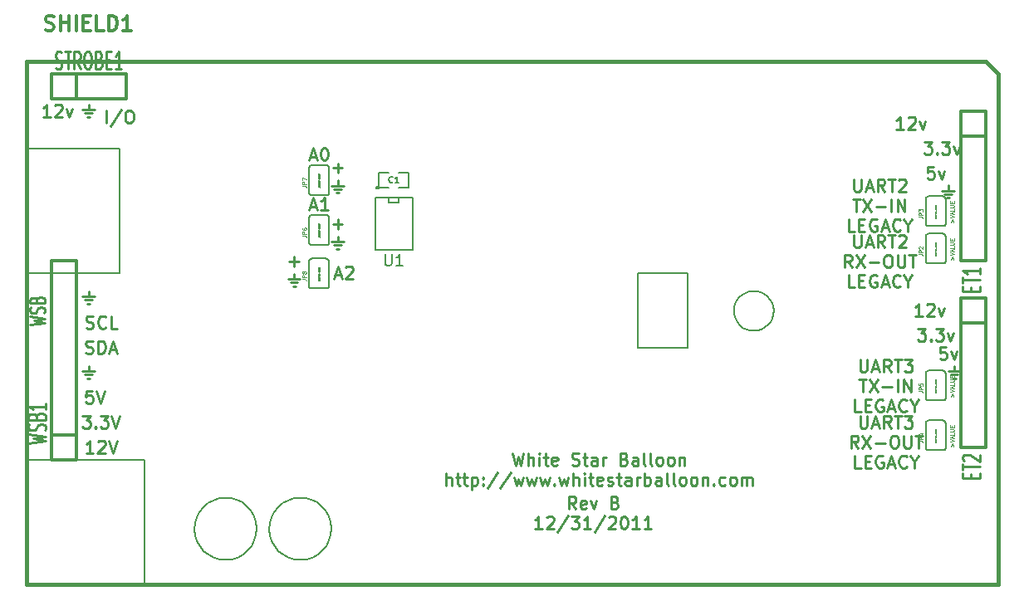
<source format=gto>
G04 (created by PCBNEW-RS274X (2011-oct-27)-testing) date Wed 04 Jan 2012 07:42:13 AM EST*
G01*
G70*
G90*
%MOIN*%
G04 Gerber Fmt 3.4, Leading zero omitted, Abs format*
%FSLAX34Y34*%
G04 APERTURE LIST*
%ADD10C,0.006000*%
%ADD11C,0.010000*%
%ADD12C,0.015000*%
%ADD13C,0.005000*%
%ADD14C,0.012000*%
%ADD15C,0.003500*%
%ADD16C,0.001300*%
%ADD17C,0.010700*%
%ADD18C,0.010600*%
G04 APERTURE END LIST*
G54D10*
G54D11*
X41060Y-47952D02*
X40893Y-47714D01*
X40774Y-47952D02*
X40774Y-47452D01*
X40965Y-47452D01*
X41012Y-47476D01*
X41036Y-47500D01*
X41060Y-47548D01*
X41060Y-47619D01*
X41036Y-47667D01*
X41012Y-47690D01*
X40965Y-47714D01*
X40774Y-47714D01*
X41465Y-47929D02*
X41417Y-47952D01*
X41322Y-47952D01*
X41274Y-47929D01*
X41250Y-47881D01*
X41250Y-47690D01*
X41274Y-47643D01*
X41322Y-47619D01*
X41417Y-47619D01*
X41465Y-47643D01*
X41488Y-47690D01*
X41488Y-47738D01*
X41250Y-47786D01*
X41655Y-47619D02*
X41774Y-47952D01*
X41894Y-47619D01*
X42632Y-47690D02*
X42703Y-47714D01*
X42727Y-47738D01*
X42751Y-47786D01*
X42751Y-47857D01*
X42727Y-47905D01*
X42703Y-47929D01*
X42656Y-47952D01*
X42465Y-47952D01*
X42465Y-47452D01*
X42632Y-47452D01*
X42679Y-47476D01*
X42703Y-47500D01*
X42727Y-47548D01*
X42727Y-47595D01*
X42703Y-47643D01*
X42679Y-47667D01*
X42632Y-47690D01*
X42465Y-47690D01*
X39703Y-48752D02*
X39417Y-48752D01*
X39560Y-48752D02*
X39560Y-48252D01*
X39512Y-48324D01*
X39465Y-48371D01*
X39417Y-48395D01*
X39893Y-48300D02*
X39917Y-48276D01*
X39965Y-48252D01*
X40084Y-48252D01*
X40131Y-48276D01*
X40155Y-48300D01*
X40179Y-48348D01*
X40179Y-48395D01*
X40155Y-48467D01*
X39869Y-48752D01*
X40179Y-48752D01*
X40750Y-48229D02*
X40322Y-48871D01*
X40869Y-48252D02*
X41179Y-48252D01*
X41012Y-48443D01*
X41084Y-48443D01*
X41131Y-48467D01*
X41155Y-48490D01*
X41179Y-48538D01*
X41179Y-48657D01*
X41155Y-48705D01*
X41131Y-48729D01*
X41084Y-48752D01*
X40941Y-48752D01*
X40893Y-48729D01*
X40869Y-48705D01*
X41655Y-48752D02*
X41369Y-48752D01*
X41512Y-48752D02*
X41512Y-48252D01*
X41464Y-48324D01*
X41417Y-48371D01*
X41369Y-48395D01*
X42226Y-48229D02*
X41798Y-48871D01*
X42369Y-48300D02*
X42393Y-48276D01*
X42441Y-48252D01*
X42560Y-48252D01*
X42607Y-48276D01*
X42631Y-48300D01*
X42655Y-48348D01*
X42655Y-48395D01*
X42631Y-48467D01*
X42345Y-48752D01*
X42655Y-48752D01*
X42964Y-48252D02*
X43012Y-48252D01*
X43060Y-48276D01*
X43083Y-48300D01*
X43107Y-48348D01*
X43131Y-48443D01*
X43131Y-48562D01*
X43107Y-48657D01*
X43083Y-48705D01*
X43060Y-48729D01*
X43012Y-48752D01*
X42964Y-48752D01*
X42917Y-48729D01*
X42893Y-48705D01*
X42869Y-48657D01*
X42845Y-48562D01*
X42845Y-48443D01*
X42869Y-48348D01*
X42893Y-48300D01*
X42917Y-48276D01*
X42964Y-48252D01*
X43607Y-48752D02*
X43321Y-48752D01*
X43464Y-48752D02*
X43464Y-48252D01*
X43416Y-48324D01*
X43369Y-48371D01*
X43321Y-48395D01*
X44083Y-48752D02*
X43797Y-48752D01*
X43940Y-48752D02*
X43940Y-48252D01*
X43892Y-48324D01*
X43845Y-48371D01*
X43797Y-48395D01*
X38524Y-45702D02*
X38643Y-46202D01*
X38739Y-45845D01*
X38834Y-46202D01*
X38953Y-45702D01*
X39143Y-46202D02*
X39143Y-45702D01*
X39357Y-46202D02*
X39357Y-45940D01*
X39334Y-45893D01*
X39286Y-45869D01*
X39214Y-45869D01*
X39167Y-45893D01*
X39143Y-45917D01*
X39595Y-46202D02*
X39595Y-45869D01*
X39595Y-45702D02*
X39571Y-45726D01*
X39595Y-45750D01*
X39619Y-45726D01*
X39595Y-45702D01*
X39595Y-45750D01*
X39762Y-45869D02*
X39952Y-45869D01*
X39833Y-45702D02*
X39833Y-46131D01*
X39857Y-46179D01*
X39904Y-46202D01*
X39952Y-46202D01*
X40310Y-46179D02*
X40262Y-46202D01*
X40167Y-46202D01*
X40119Y-46179D01*
X40095Y-46131D01*
X40095Y-45940D01*
X40119Y-45893D01*
X40167Y-45869D01*
X40262Y-45869D01*
X40310Y-45893D01*
X40333Y-45940D01*
X40333Y-45988D01*
X40095Y-46036D01*
X40905Y-46179D02*
X40977Y-46202D01*
X41096Y-46202D01*
X41143Y-46179D01*
X41167Y-46155D01*
X41191Y-46107D01*
X41191Y-46060D01*
X41167Y-46012D01*
X41143Y-45988D01*
X41096Y-45964D01*
X41000Y-45940D01*
X40953Y-45917D01*
X40929Y-45893D01*
X40905Y-45845D01*
X40905Y-45798D01*
X40929Y-45750D01*
X40953Y-45726D01*
X41000Y-45702D01*
X41120Y-45702D01*
X41191Y-45726D01*
X41334Y-45869D02*
X41524Y-45869D01*
X41405Y-45702D02*
X41405Y-46131D01*
X41429Y-46179D01*
X41476Y-46202D01*
X41524Y-46202D01*
X41905Y-46202D02*
X41905Y-45940D01*
X41882Y-45893D01*
X41834Y-45869D01*
X41739Y-45869D01*
X41691Y-45893D01*
X41905Y-46179D02*
X41858Y-46202D01*
X41739Y-46202D01*
X41691Y-46179D01*
X41667Y-46131D01*
X41667Y-46083D01*
X41691Y-46036D01*
X41739Y-46012D01*
X41858Y-46012D01*
X41905Y-45988D01*
X42143Y-46202D02*
X42143Y-45869D01*
X42143Y-45964D02*
X42167Y-45917D01*
X42191Y-45893D01*
X42238Y-45869D01*
X42286Y-45869D01*
X43001Y-45940D02*
X43072Y-45964D01*
X43096Y-45988D01*
X43120Y-46036D01*
X43120Y-46107D01*
X43096Y-46155D01*
X43072Y-46179D01*
X43025Y-46202D01*
X42834Y-46202D01*
X42834Y-45702D01*
X43001Y-45702D01*
X43048Y-45726D01*
X43072Y-45750D01*
X43096Y-45798D01*
X43096Y-45845D01*
X43072Y-45893D01*
X43048Y-45917D01*
X43001Y-45940D01*
X42834Y-45940D01*
X43548Y-46202D02*
X43548Y-45940D01*
X43525Y-45893D01*
X43477Y-45869D01*
X43382Y-45869D01*
X43334Y-45893D01*
X43548Y-46179D02*
X43501Y-46202D01*
X43382Y-46202D01*
X43334Y-46179D01*
X43310Y-46131D01*
X43310Y-46083D01*
X43334Y-46036D01*
X43382Y-46012D01*
X43501Y-46012D01*
X43548Y-45988D01*
X43857Y-46202D02*
X43810Y-46179D01*
X43786Y-46131D01*
X43786Y-45702D01*
X44119Y-46202D02*
X44072Y-46179D01*
X44048Y-46131D01*
X44048Y-45702D01*
X44381Y-46202D02*
X44334Y-46179D01*
X44310Y-46155D01*
X44286Y-46107D01*
X44286Y-45964D01*
X44310Y-45917D01*
X44334Y-45893D01*
X44381Y-45869D01*
X44453Y-45869D01*
X44501Y-45893D01*
X44524Y-45917D01*
X44548Y-45964D01*
X44548Y-46107D01*
X44524Y-46155D01*
X44501Y-46179D01*
X44453Y-46202D01*
X44381Y-46202D01*
X44833Y-46202D02*
X44786Y-46179D01*
X44762Y-46155D01*
X44738Y-46107D01*
X44738Y-45964D01*
X44762Y-45917D01*
X44786Y-45893D01*
X44833Y-45869D01*
X44905Y-45869D01*
X44953Y-45893D01*
X44976Y-45917D01*
X45000Y-45964D01*
X45000Y-46107D01*
X44976Y-46155D01*
X44953Y-46179D01*
X44905Y-46202D01*
X44833Y-46202D01*
X45214Y-45869D02*
X45214Y-46202D01*
X45214Y-45917D02*
X45238Y-45893D01*
X45285Y-45869D01*
X45357Y-45869D01*
X45405Y-45893D01*
X45428Y-45940D01*
X45428Y-46202D01*
X35857Y-47002D02*
X35857Y-46502D01*
X36071Y-47002D02*
X36071Y-46740D01*
X36048Y-46693D01*
X36000Y-46669D01*
X35928Y-46669D01*
X35881Y-46693D01*
X35857Y-46717D01*
X36238Y-46669D02*
X36428Y-46669D01*
X36309Y-46502D02*
X36309Y-46931D01*
X36333Y-46979D01*
X36380Y-47002D01*
X36428Y-47002D01*
X36524Y-46669D02*
X36714Y-46669D01*
X36595Y-46502D02*
X36595Y-46931D01*
X36619Y-46979D01*
X36666Y-47002D01*
X36714Y-47002D01*
X36881Y-46669D02*
X36881Y-47169D01*
X36881Y-46693D02*
X36929Y-46669D01*
X37024Y-46669D01*
X37072Y-46693D01*
X37095Y-46717D01*
X37119Y-46764D01*
X37119Y-46907D01*
X37095Y-46955D01*
X37072Y-46979D01*
X37024Y-47002D01*
X36929Y-47002D01*
X36881Y-46979D01*
X37333Y-46955D02*
X37357Y-46979D01*
X37333Y-47002D01*
X37309Y-46979D01*
X37333Y-46955D01*
X37333Y-47002D01*
X37333Y-46693D02*
X37357Y-46717D01*
X37333Y-46740D01*
X37309Y-46717D01*
X37333Y-46693D01*
X37333Y-46740D01*
X37928Y-46479D02*
X37500Y-47121D01*
X38452Y-46479D02*
X38024Y-47121D01*
X38571Y-46669D02*
X38667Y-47002D01*
X38762Y-46764D01*
X38857Y-47002D01*
X38952Y-46669D01*
X39095Y-46669D02*
X39191Y-47002D01*
X39286Y-46764D01*
X39381Y-47002D01*
X39476Y-46669D01*
X39619Y-46669D02*
X39715Y-47002D01*
X39810Y-46764D01*
X39905Y-47002D01*
X40000Y-46669D01*
X40191Y-46955D02*
X40215Y-46979D01*
X40191Y-47002D01*
X40167Y-46979D01*
X40191Y-46955D01*
X40191Y-47002D01*
X40381Y-46669D02*
X40477Y-47002D01*
X40572Y-46764D01*
X40667Y-47002D01*
X40762Y-46669D01*
X40953Y-47002D02*
X40953Y-46502D01*
X41167Y-47002D02*
X41167Y-46740D01*
X41144Y-46693D01*
X41096Y-46669D01*
X41024Y-46669D01*
X40977Y-46693D01*
X40953Y-46717D01*
X41405Y-47002D02*
X41405Y-46669D01*
X41405Y-46502D02*
X41381Y-46526D01*
X41405Y-46550D01*
X41429Y-46526D01*
X41405Y-46502D01*
X41405Y-46550D01*
X41572Y-46669D02*
X41762Y-46669D01*
X41643Y-46502D02*
X41643Y-46931D01*
X41667Y-46979D01*
X41714Y-47002D01*
X41762Y-47002D01*
X42120Y-46979D02*
X42072Y-47002D01*
X41977Y-47002D01*
X41929Y-46979D01*
X41905Y-46931D01*
X41905Y-46740D01*
X41929Y-46693D01*
X41977Y-46669D01*
X42072Y-46669D01*
X42120Y-46693D01*
X42143Y-46740D01*
X42143Y-46788D01*
X41905Y-46836D01*
X42334Y-46979D02*
X42382Y-47002D01*
X42477Y-47002D01*
X42525Y-46979D01*
X42549Y-46931D01*
X42549Y-46907D01*
X42525Y-46860D01*
X42477Y-46836D01*
X42406Y-46836D01*
X42358Y-46812D01*
X42334Y-46764D01*
X42334Y-46740D01*
X42358Y-46693D01*
X42406Y-46669D01*
X42477Y-46669D01*
X42525Y-46693D01*
X42692Y-46669D02*
X42882Y-46669D01*
X42763Y-46502D02*
X42763Y-46931D01*
X42787Y-46979D01*
X42834Y-47002D01*
X42882Y-47002D01*
X43263Y-47002D02*
X43263Y-46740D01*
X43240Y-46693D01*
X43192Y-46669D01*
X43097Y-46669D01*
X43049Y-46693D01*
X43263Y-46979D02*
X43216Y-47002D01*
X43097Y-47002D01*
X43049Y-46979D01*
X43025Y-46931D01*
X43025Y-46883D01*
X43049Y-46836D01*
X43097Y-46812D01*
X43216Y-46812D01*
X43263Y-46788D01*
X43501Y-47002D02*
X43501Y-46669D01*
X43501Y-46764D02*
X43525Y-46717D01*
X43549Y-46693D01*
X43596Y-46669D01*
X43644Y-46669D01*
X43811Y-47002D02*
X43811Y-46502D01*
X43811Y-46693D02*
X43859Y-46669D01*
X43954Y-46669D01*
X44002Y-46693D01*
X44025Y-46717D01*
X44049Y-46764D01*
X44049Y-46907D01*
X44025Y-46955D01*
X44002Y-46979D01*
X43954Y-47002D01*
X43859Y-47002D01*
X43811Y-46979D01*
X44477Y-47002D02*
X44477Y-46740D01*
X44454Y-46693D01*
X44406Y-46669D01*
X44311Y-46669D01*
X44263Y-46693D01*
X44477Y-46979D02*
X44430Y-47002D01*
X44311Y-47002D01*
X44263Y-46979D01*
X44239Y-46931D01*
X44239Y-46883D01*
X44263Y-46836D01*
X44311Y-46812D01*
X44430Y-46812D01*
X44477Y-46788D01*
X44786Y-47002D02*
X44739Y-46979D01*
X44715Y-46931D01*
X44715Y-46502D01*
X45048Y-47002D02*
X45001Y-46979D01*
X44977Y-46931D01*
X44977Y-46502D01*
X45310Y-47002D02*
X45263Y-46979D01*
X45239Y-46955D01*
X45215Y-46907D01*
X45215Y-46764D01*
X45239Y-46717D01*
X45263Y-46693D01*
X45310Y-46669D01*
X45382Y-46669D01*
X45430Y-46693D01*
X45453Y-46717D01*
X45477Y-46764D01*
X45477Y-46907D01*
X45453Y-46955D01*
X45430Y-46979D01*
X45382Y-47002D01*
X45310Y-47002D01*
X45762Y-47002D02*
X45715Y-46979D01*
X45691Y-46955D01*
X45667Y-46907D01*
X45667Y-46764D01*
X45691Y-46717D01*
X45715Y-46693D01*
X45762Y-46669D01*
X45834Y-46669D01*
X45882Y-46693D01*
X45905Y-46717D01*
X45929Y-46764D01*
X45929Y-46907D01*
X45905Y-46955D01*
X45882Y-46979D01*
X45834Y-47002D01*
X45762Y-47002D01*
X46143Y-46669D02*
X46143Y-47002D01*
X46143Y-46717D02*
X46167Y-46693D01*
X46214Y-46669D01*
X46286Y-46669D01*
X46334Y-46693D01*
X46357Y-46740D01*
X46357Y-47002D01*
X46595Y-46955D02*
X46619Y-46979D01*
X46595Y-47002D01*
X46571Y-46979D01*
X46595Y-46955D01*
X46595Y-47002D01*
X47047Y-46979D02*
X47000Y-47002D01*
X46904Y-47002D01*
X46857Y-46979D01*
X46833Y-46955D01*
X46809Y-46907D01*
X46809Y-46764D01*
X46833Y-46717D01*
X46857Y-46693D01*
X46904Y-46669D01*
X47000Y-46669D01*
X47047Y-46693D01*
X47333Y-47002D02*
X47286Y-46979D01*
X47262Y-46955D01*
X47238Y-46907D01*
X47238Y-46764D01*
X47262Y-46717D01*
X47286Y-46693D01*
X47333Y-46669D01*
X47405Y-46669D01*
X47453Y-46693D01*
X47476Y-46717D01*
X47500Y-46764D01*
X47500Y-46907D01*
X47476Y-46955D01*
X47453Y-46979D01*
X47405Y-47002D01*
X47333Y-47002D01*
X47714Y-47002D02*
X47714Y-46669D01*
X47714Y-46717D02*
X47738Y-46693D01*
X47785Y-46669D01*
X47857Y-46669D01*
X47905Y-46693D01*
X47928Y-46740D01*
X47928Y-47002D01*
X47928Y-46740D02*
X47952Y-46693D01*
X48000Y-46669D01*
X48071Y-46669D01*
X48119Y-46693D01*
X48143Y-46740D01*
X48143Y-47002D01*
X19965Y-32202D02*
X19679Y-32202D01*
X19822Y-32202D02*
X19822Y-31702D01*
X19774Y-31774D01*
X19727Y-31821D01*
X19679Y-31845D01*
X20155Y-31750D02*
X20179Y-31726D01*
X20227Y-31702D01*
X20346Y-31702D01*
X20393Y-31726D01*
X20417Y-31750D01*
X20441Y-31798D01*
X20441Y-31845D01*
X20417Y-31917D01*
X20131Y-32202D01*
X20441Y-32202D01*
X20607Y-31869D02*
X20726Y-32202D01*
X20846Y-31869D01*
X22226Y-32452D02*
X22226Y-31952D01*
X22821Y-31929D02*
X22393Y-32571D01*
X23083Y-31952D02*
X23179Y-31952D01*
X23226Y-31976D01*
X23274Y-32024D01*
X23298Y-32119D01*
X23298Y-32286D01*
X23274Y-32381D01*
X23226Y-32429D01*
X23179Y-32452D01*
X23083Y-32452D01*
X23036Y-32429D01*
X22988Y-32381D01*
X22964Y-32286D01*
X22964Y-32119D01*
X22988Y-32024D01*
X23036Y-31976D01*
X23083Y-31952D01*
X21691Y-45702D02*
X21405Y-45702D01*
X21548Y-45702D02*
X21548Y-45202D01*
X21500Y-45274D01*
X21453Y-45321D01*
X21405Y-45345D01*
X21881Y-45250D02*
X21905Y-45226D01*
X21953Y-45202D01*
X22072Y-45202D01*
X22119Y-45226D01*
X22143Y-45250D01*
X22167Y-45298D01*
X22167Y-45345D01*
X22143Y-45417D01*
X21857Y-45702D01*
X22167Y-45702D01*
X22310Y-45202D02*
X22476Y-45702D01*
X22643Y-45202D01*
X21262Y-44202D02*
X21572Y-44202D01*
X21405Y-44393D01*
X21477Y-44393D01*
X21524Y-44417D01*
X21548Y-44440D01*
X21572Y-44488D01*
X21572Y-44607D01*
X21548Y-44655D01*
X21524Y-44679D01*
X21477Y-44702D01*
X21334Y-44702D01*
X21286Y-44679D01*
X21262Y-44655D01*
X21786Y-44655D02*
X21810Y-44679D01*
X21786Y-44702D01*
X21762Y-44679D01*
X21786Y-44655D01*
X21786Y-44702D01*
X21976Y-44202D02*
X22286Y-44202D01*
X22119Y-44393D01*
X22191Y-44393D01*
X22238Y-44417D01*
X22262Y-44440D01*
X22286Y-44488D01*
X22286Y-44607D01*
X22262Y-44655D01*
X22238Y-44679D01*
X22191Y-44702D01*
X22048Y-44702D01*
X22000Y-44679D01*
X21976Y-44655D01*
X22429Y-44202D02*
X22595Y-44702D01*
X22762Y-44202D01*
X21655Y-43202D02*
X21417Y-43202D01*
X21393Y-43440D01*
X21417Y-43417D01*
X21465Y-43393D01*
X21584Y-43393D01*
X21631Y-43417D01*
X21655Y-43440D01*
X21679Y-43488D01*
X21679Y-43607D01*
X21655Y-43655D01*
X21631Y-43679D01*
X21584Y-43702D01*
X21465Y-43702D01*
X21417Y-43679D01*
X21393Y-43655D01*
X21822Y-43202D02*
X21988Y-43702D01*
X22155Y-43202D01*
X21405Y-40679D02*
X21477Y-40702D01*
X21596Y-40702D01*
X21643Y-40679D01*
X21667Y-40655D01*
X21691Y-40607D01*
X21691Y-40560D01*
X21667Y-40512D01*
X21643Y-40488D01*
X21596Y-40464D01*
X21500Y-40440D01*
X21453Y-40417D01*
X21429Y-40393D01*
X21405Y-40345D01*
X21405Y-40298D01*
X21429Y-40250D01*
X21453Y-40226D01*
X21500Y-40202D01*
X21620Y-40202D01*
X21691Y-40226D01*
X22191Y-40655D02*
X22167Y-40679D01*
X22096Y-40702D01*
X22048Y-40702D01*
X21976Y-40679D01*
X21929Y-40631D01*
X21905Y-40583D01*
X21881Y-40488D01*
X21881Y-40417D01*
X21905Y-40321D01*
X21929Y-40274D01*
X21976Y-40226D01*
X22048Y-40202D01*
X22096Y-40202D01*
X22167Y-40226D01*
X22191Y-40250D01*
X22643Y-40702D02*
X22405Y-40702D01*
X22405Y-40202D01*
X21393Y-41679D02*
X21465Y-41702D01*
X21584Y-41702D01*
X21631Y-41679D01*
X21655Y-41655D01*
X21679Y-41607D01*
X21679Y-41560D01*
X21655Y-41512D01*
X21631Y-41488D01*
X21584Y-41464D01*
X21488Y-41440D01*
X21441Y-41417D01*
X21417Y-41393D01*
X21393Y-41345D01*
X21393Y-41298D01*
X21417Y-41250D01*
X21441Y-41226D01*
X21488Y-41202D01*
X21608Y-41202D01*
X21679Y-41226D01*
X21893Y-41702D02*
X21893Y-41202D01*
X22012Y-41202D01*
X22084Y-41226D01*
X22131Y-41274D01*
X22155Y-41321D01*
X22179Y-41417D01*
X22179Y-41488D01*
X22155Y-41583D01*
X22131Y-41631D01*
X22084Y-41679D01*
X22012Y-41702D01*
X21893Y-41702D01*
X22369Y-41560D02*
X22607Y-41560D01*
X22322Y-41702D02*
X22488Y-41202D01*
X22655Y-41702D01*
X55429Y-34202D02*
X55191Y-34202D01*
X55167Y-34440D01*
X55191Y-34417D01*
X55239Y-34393D01*
X55358Y-34393D01*
X55405Y-34417D01*
X55429Y-34440D01*
X55453Y-34488D01*
X55453Y-34607D01*
X55429Y-34655D01*
X55405Y-34679D01*
X55358Y-34702D01*
X55239Y-34702D01*
X55191Y-34679D01*
X55167Y-34655D01*
X55619Y-34369D02*
X55738Y-34702D01*
X55858Y-34369D01*
X55036Y-33202D02*
X55346Y-33202D01*
X55179Y-33393D01*
X55251Y-33393D01*
X55298Y-33417D01*
X55322Y-33440D01*
X55346Y-33488D01*
X55346Y-33607D01*
X55322Y-33655D01*
X55298Y-33679D01*
X55251Y-33702D01*
X55108Y-33702D01*
X55060Y-33679D01*
X55036Y-33655D01*
X55560Y-33655D02*
X55584Y-33679D01*
X55560Y-33702D01*
X55536Y-33679D01*
X55560Y-33655D01*
X55560Y-33702D01*
X55750Y-33202D02*
X56060Y-33202D01*
X55893Y-33393D01*
X55965Y-33393D01*
X56012Y-33417D01*
X56036Y-33440D01*
X56060Y-33488D01*
X56060Y-33607D01*
X56036Y-33655D01*
X56012Y-33679D01*
X55965Y-33702D01*
X55822Y-33702D01*
X55774Y-33679D01*
X55750Y-33655D01*
X56226Y-33369D02*
X56345Y-33702D01*
X56465Y-33369D01*
X54215Y-32702D02*
X53929Y-32702D01*
X54072Y-32702D02*
X54072Y-32202D01*
X54024Y-32274D01*
X53977Y-32321D01*
X53929Y-32345D01*
X54405Y-32250D02*
X54429Y-32226D01*
X54477Y-32202D01*
X54596Y-32202D01*
X54643Y-32226D01*
X54667Y-32250D01*
X54691Y-32298D01*
X54691Y-32345D01*
X54667Y-32417D01*
X54381Y-32702D01*
X54691Y-32702D01*
X54857Y-32369D02*
X54976Y-32702D01*
X55096Y-32369D01*
X52214Y-36952D02*
X52214Y-37357D01*
X52238Y-37405D01*
X52262Y-37429D01*
X52309Y-37452D01*
X52405Y-37452D01*
X52452Y-37429D01*
X52476Y-37405D01*
X52500Y-37357D01*
X52500Y-36952D01*
X52714Y-37310D02*
X52952Y-37310D01*
X52667Y-37452D02*
X52833Y-36952D01*
X53000Y-37452D01*
X53453Y-37452D02*
X53286Y-37214D01*
X53167Y-37452D02*
X53167Y-36952D01*
X53358Y-36952D01*
X53405Y-36976D01*
X53429Y-37000D01*
X53453Y-37048D01*
X53453Y-37119D01*
X53429Y-37167D01*
X53405Y-37190D01*
X53358Y-37214D01*
X53167Y-37214D01*
X53596Y-36952D02*
X53881Y-36952D01*
X53738Y-37452D02*
X53738Y-36952D01*
X54024Y-37000D02*
X54048Y-36976D01*
X54096Y-36952D01*
X54215Y-36952D01*
X54262Y-36976D01*
X54286Y-37000D01*
X54310Y-37048D01*
X54310Y-37095D01*
X54286Y-37167D01*
X54000Y-37452D01*
X54310Y-37452D01*
X52143Y-38252D02*
X51976Y-38014D01*
X51857Y-38252D02*
X51857Y-37752D01*
X52048Y-37752D01*
X52095Y-37776D01*
X52119Y-37800D01*
X52143Y-37848D01*
X52143Y-37919D01*
X52119Y-37967D01*
X52095Y-37990D01*
X52048Y-38014D01*
X51857Y-38014D01*
X52309Y-37752D02*
X52643Y-38252D01*
X52643Y-37752D02*
X52309Y-38252D01*
X52833Y-38062D02*
X53214Y-38062D01*
X53547Y-37752D02*
X53643Y-37752D01*
X53690Y-37776D01*
X53738Y-37824D01*
X53762Y-37919D01*
X53762Y-38086D01*
X53738Y-38181D01*
X53690Y-38229D01*
X53643Y-38252D01*
X53547Y-38252D01*
X53500Y-38229D01*
X53452Y-38181D01*
X53428Y-38086D01*
X53428Y-37919D01*
X53452Y-37824D01*
X53500Y-37776D01*
X53547Y-37752D01*
X53976Y-37752D02*
X53976Y-38157D01*
X54000Y-38205D01*
X54024Y-38229D01*
X54071Y-38252D01*
X54167Y-38252D01*
X54214Y-38229D01*
X54238Y-38205D01*
X54262Y-38157D01*
X54262Y-37752D01*
X54429Y-37752D02*
X54714Y-37752D01*
X54571Y-38252D02*
X54571Y-37752D01*
X52250Y-39052D02*
X52012Y-39052D01*
X52012Y-38552D01*
X52417Y-38790D02*
X52584Y-38790D01*
X52655Y-39052D02*
X52417Y-39052D01*
X52417Y-38552D01*
X52655Y-38552D01*
X53131Y-38576D02*
X53083Y-38552D01*
X53012Y-38552D01*
X52940Y-38576D01*
X52893Y-38624D01*
X52869Y-38671D01*
X52845Y-38767D01*
X52845Y-38838D01*
X52869Y-38933D01*
X52893Y-38981D01*
X52940Y-39029D01*
X53012Y-39052D01*
X53060Y-39052D01*
X53131Y-39029D01*
X53155Y-39005D01*
X53155Y-38838D01*
X53060Y-38838D01*
X53345Y-38910D02*
X53583Y-38910D01*
X53298Y-39052D02*
X53464Y-38552D01*
X53631Y-39052D01*
X54084Y-39005D02*
X54060Y-39029D01*
X53989Y-39052D01*
X53941Y-39052D01*
X53869Y-39029D01*
X53822Y-38981D01*
X53798Y-38933D01*
X53774Y-38838D01*
X53774Y-38767D01*
X53798Y-38671D01*
X53822Y-38624D01*
X53869Y-38576D01*
X53941Y-38552D01*
X53989Y-38552D01*
X54060Y-38576D01*
X54084Y-38600D01*
X54393Y-38814D02*
X54393Y-39052D01*
X54227Y-38552D02*
X54393Y-38814D01*
X54560Y-38552D01*
X52214Y-34702D02*
X52214Y-35107D01*
X52238Y-35155D01*
X52262Y-35179D01*
X52309Y-35202D01*
X52405Y-35202D01*
X52452Y-35179D01*
X52476Y-35155D01*
X52500Y-35107D01*
X52500Y-34702D01*
X52714Y-35060D02*
X52952Y-35060D01*
X52667Y-35202D02*
X52833Y-34702D01*
X53000Y-35202D01*
X53453Y-35202D02*
X53286Y-34964D01*
X53167Y-35202D02*
X53167Y-34702D01*
X53358Y-34702D01*
X53405Y-34726D01*
X53429Y-34750D01*
X53453Y-34798D01*
X53453Y-34869D01*
X53429Y-34917D01*
X53405Y-34940D01*
X53358Y-34964D01*
X53167Y-34964D01*
X53596Y-34702D02*
X53881Y-34702D01*
X53738Y-35202D02*
X53738Y-34702D01*
X54024Y-34750D02*
X54048Y-34726D01*
X54096Y-34702D01*
X54215Y-34702D01*
X54262Y-34726D01*
X54286Y-34750D01*
X54310Y-34798D01*
X54310Y-34845D01*
X54286Y-34917D01*
X54000Y-35202D01*
X54310Y-35202D01*
X52179Y-35502D02*
X52464Y-35502D01*
X52321Y-36002D02*
X52321Y-35502D01*
X52583Y-35502D02*
X52917Y-36002D01*
X52917Y-35502D02*
X52583Y-36002D01*
X53107Y-35812D02*
X53488Y-35812D01*
X53726Y-36002D02*
X53726Y-35502D01*
X53964Y-36002D02*
X53964Y-35502D01*
X54250Y-36002D01*
X54250Y-35502D01*
X52250Y-36802D02*
X52012Y-36802D01*
X52012Y-36302D01*
X52417Y-36540D02*
X52584Y-36540D01*
X52655Y-36802D02*
X52417Y-36802D01*
X52417Y-36302D01*
X52655Y-36302D01*
X53131Y-36326D02*
X53083Y-36302D01*
X53012Y-36302D01*
X52940Y-36326D01*
X52893Y-36374D01*
X52869Y-36421D01*
X52845Y-36517D01*
X52845Y-36588D01*
X52869Y-36683D01*
X52893Y-36731D01*
X52940Y-36779D01*
X53012Y-36802D01*
X53060Y-36802D01*
X53131Y-36779D01*
X53155Y-36755D01*
X53155Y-36588D01*
X53060Y-36588D01*
X53345Y-36660D02*
X53583Y-36660D01*
X53298Y-36802D02*
X53464Y-36302D01*
X53631Y-36802D01*
X54084Y-36755D02*
X54060Y-36779D01*
X53989Y-36802D01*
X53941Y-36802D01*
X53869Y-36779D01*
X53822Y-36731D01*
X53798Y-36683D01*
X53774Y-36588D01*
X53774Y-36517D01*
X53798Y-36421D01*
X53822Y-36374D01*
X53869Y-36326D01*
X53941Y-36302D01*
X53989Y-36302D01*
X54060Y-36326D01*
X54084Y-36350D01*
X54393Y-36564D02*
X54393Y-36802D01*
X54227Y-36302D02*
X54393Y-36564D01*
X54560Y-36302D01*
X52464Y-44202D02*
X52464Y-44607D01*
X52488Y-44655D01*
X52512Y-44679D01*
X52559Y-44702D01*
X52655Y-44702D01*
X52702Y-44679D01*
X52726Y-44655D01*
X52750Y-44607D01*
X52750Y-44202D01*
X52964Y-44560D02*
X53202Y-44560D01*
X52917Y-44702D02*
X53083Y-44202D01*
X53250Y-44702D01*
X53703Y-44702D02*
X53536Y-44464D01*
X53417Y-44702D02*
X53417Y-44202D01*
X53608Y-44202D01*
X53655Y-44226D01*
X53679Y-44250D01*
X53703Y-44298D01*
X53703Y-44369D01*
X53679Y-44417D01*
X53655Y-44440D01*
X53608Y-44464D01*
X53417Y-44464D01*
X53846Y-44202D02*
X54131Y-44202D01*
X53988Y-44702D02*
X53988Y-44202D01*
X54250Y-44202D02*
X54560Y-44202D01*
X54393Y-44393D01*
X54465Y-44393D01*
X54512Y-44417D01*
X54536Y-44440D01*
X54560Y-44488D01*
X54560Y-44607D01*
X54536Y-44655D01*
X54512Y-44679D01*
X54465Y-44702D01*
X54322Y-44702D01*
X54274Y-44679D01*
X54250Y-44655D01*
X52393Y-45502D02*
X52226Y-45264D01*
X52107Y-45502D02*
X52107Y-45002D01*
X52298Y-45002D01*
X52345Y-45026D01*
X52369Y-45050D01*
X52393Y-45098D01*
X52393Y-45169D01*
X52369Y-45217D01*
X52345Y-45240D01*
X52298Y-45264D01*
X52107Y-45264D01*
X52559Y-45002D02*
X52893Y-45502D01*
X52893Y-45002D02*
X52559Y-45502D01*
X53083Y-45312D02*
X53464Y-45312D01*
X53797Y-45002D02*
X53893Y-45002D01*
X53940Y-45026D01*
X53988Y-45074D01*
X54012Y-45169D01*
X54012Y-45336D01*
X53988Y-45431D01*
X53940Y-45479D01*
X53893Y-45502D01*
X53797Y-45502D01*
X53750Y-45479D01*
X53702Y-45431D01*
X53678Y-45336D01*
X53678Y-45169D01*
X53702Y-45074D01*
X53750Y-45026D01*
X53797Y-45002D01*
X54226Y-45002D02*
X54226Y-45407D01*
X54250Y-45455D01*
X54274Y-45479D01*
X54321Y-45502D01*
X54417Y-45502D01*
X54464Y-45479D01*
X54488Y-45455D01*
X54512Y-45407D01*
X54512Y-45002D01*
X54679Y-45002D02*
X54964Y-45002D01*
X54821Y-45502D02*
X54821Y-45002D01*
X52500Y-46302D02*
X52262Y-46302D01*
X52262Y-45802D01*
X52667Y-46040D02*
X52834Y-46040D01*
X52905Y-46302D02*
X52667Y-46302D01*
X52667Y-45802D01*
X52905Y-45802D01*
X53381Y-45826D02*
X53333Y-45802D01*
X53262Y-45802D01*
X53190Y-45826D01*
X53143Y-45874D01*
X53119Y-45921D01*
X53095Y-46017D01*
X53095Y-46088D01*
X53119Y-46183D01*
X53143Y-46231D01*
X53190Y-46279D01*
X53262Y-46302D01*
X53310Y-46302D01*
X53381Y-46279D01*
X53405Y-46255D01*
X53405Y-46088D01*
X53310Y-46088D01*
X53595Y-46160D02*
X53833Y-46160D01*
X53548Y-46302D02*
X53714Y-45802D01*
X53881Y-46302D01*
X54334Y-46255D02*
X54310Y-46279D01*
X54239Y-46302D01*
X54191Y-46302D01*
X54119Y-46279D01*
X54072Y-46231D01*
X54048Y-46183D01*
X54024Y-46088D01*
X54024Y-46017D01*
X54048Y-45921D01*
X54072Y-45874D01*
X54119Y-45826D01*
X54191Y-45802D01*
X54239Y-45802D01*
X54310Y-45826D01*
X54334Y-45850D01*
X54643Y-46064D02*
X54643Y-46302D01*
X54477Y-45802D02*
X54643Y-46064D01*
X54810Y-45802D01*
X52464Y-41952D02*
X52464Y-42357D01*
X52488Y-42405D01*
X52512Y-42429D01*
X52559Y-42452D01*
X52655Y-42452D01*
X52702Y-42429D01*
X52726Y-42405D01*
X52750Y-42357D01*
X52750Y-41952D01*
X52964Y-42310D02*
X53202Y-42310D01*
X52917Y-42452D02*
X53083Y-41952D01*
X53250Y-42452D01*
X53703Y-42452D02*
X53536Y-42214D01*
X53417Y-42452D02*
X53417Y-41952D01*
X53608Y-41952D01*
X53655Y-41976D01*
X53679Y-42000D01*
X53703Y-42048D01*
X53703Y-42119D01*
X53679Y-42167D01*
X53655Y-42190D01*
X53608Y-42214D01*
X53417Y-42214D01*
X53846Y-41952D02*
X54131Y-41952D01*
X53988Y-42452D02*
X53988Y-41952D01*
X54250Y-41952D02*
X54560Y-41952D01*
X54393Y-42143D01*
X54465Y-42143D01*
X54512Y-42167D01*
X54536Y-42190D01*
X54560Y-42238D01*
X54560Y-42357D01*
X54536Y-42405D01*
X54512Y-42429D01*
X54465Y-42452D01*
X54322Y-42452D01*
X54274Y-42429D01*
X54250Y-42405D01*
X52429Y-42752D02*
X52714Y-42752D01*
X52571Y-43252D02*
X52571Y-42752D01*
X52833Y-42752D02*
X53167Y-43252D01*
X53167Y-42752D02*
X52833Y-43252D01*
X53357Y-43062D02*
X53738Y-43062D01*
X53976Y-43252D02*
X53976Y-42752D01*
X54214Y-43252D02*
X54214Y-42752D01*
X54500Y-43252D01*
X54500Y-42752D01*
X52500Y-44052D02*
X52262Y-44052D01*
X52262Y-43552D01*
X52667Y-43790D02*
X52834Y-43790D01*
X52905Y-44052D02*
X52667Y-44052D01*
X52667Y-43552D01*
X52905Y-43552D01*
X53381Y-43576D02*
X53333Y-43552D01*
X53262Y-43552D01*
X53190Y-43576D01*
X53143Y-43624D01*
X53119Y-43671D01*
X53095Y-43767D01*
X53095Y-43838D01*
X53119Y-43933D01*
X53143Y-43981D01*
X53190Y-44029D01*
X53262Y-44052D01*
X53310Y-44052D01*
X53381Y-44029D01*
X53405Y-44005D01*
X53405Y-43838D01*
X53310Y-43838D01*
X53595Y-43910D02*
X53833Y-43910D01*
X53548Y-44052D02*
X53714Y-43552D01*
X53881Y-44052D01*
X54334Y-44005D02*
X54310Y-44029D01*
X54239Y-44052D01*
X54191Y-44052D01*
X54119Y-44029D01*
X54072Y-43981D01*
X54048Y-43933D01*
X54024Y-43838D01*
X54024Y-43767D01*
X54048Y-43671D01*
X54072Y-43624D01*
X54119Y-43576D01*
X54191Y-43552D01*
X54239Y-43552D01*
X54310Y-43576D01*
X54334Y-43600D01*
X54643Y-43814D02*
X54643Y-44052D01*
X54477Y-43552D02*
X54643Y-43814D01*
X54810Y-43552D01*
X54965Y-40202D02*
X54679Y-40202D01*
X54822Y-40202D02*
X54822Y-39702D01*
X54774Y-39774D01*
X54727Y-39821D01*
X54679Y-39845D01*
X55155Y-39750D02*
X55179Y-39726D01*
X55227Y-39702D01*
X55346Y-39702D01*
X55393Y-39726D01*
X55417Y-39750D01*
X55441Y-39798D01*
X55441Y-39845D01*
X55417Y-39917D01*
X55131Y-40202D01*
X55441Y-40202D01*
X55607Y-39869D02*
X55726Y-40202D01*
X55846Y-39869D01*
X54786Y-40702D02*
X55096Y-40702D01*
X54929Y-40893D01*
X55001Y-40893D01*
X55048Y-40917D01*
X55072Y-40940D01*
X55096Y-40988D01*
X55096Y-41107D01*
X55072Y-41155D01*
X55048Y-41179D01*
X55001Y-41202D01*
X54858Y-41202D01*
X54810Y-41179D01*
X54786Y-41155D01*
X55310Y-41155D02*
X55334Y-41179D01*
X55310Y-41202D01*
X55286Y-41179D01*
X55310Y-41155D01*
X55310Y-41202D01*
X55500Y-40702D02*
X55810Y-40702D01*
X55643Y-40893D01*
X55715Y-40893D01*
X55762Y-40917D01*
X55786Y-40940D01*
X55810Y-40988D01*
X55810Y-41107D01*
X55786Y-41155D01*
X55762Y-41179D01*
X55715Y-41202D01*
X55572Y-41202D01*
X55524Y-41179D01*
X55500Y-41155D01*
X55976Y-40869D02*
X56095Y-41202D01*
X56215Y-40869D01*
X55929Y-41452D02*
X55691Y-41452D01*
X55667Y-41690D01*
X55691Y-41667D01*
X55739Y-41643D01*
X55858Y-41643D01*
X55905Y-41667D01*
X55929Y-41690D01*
X55953Y-41738D01*
X55953Y-41857D01*
X55929Y-41905D01*
X55905Y-41929D01*
X55858Y-41952D01*
X55739Y-41952D01*
X55691Y-41929D01*
X55667Y-41905D01*
X56119Y-41619D02*
X56238Y-41952D01*
X56358Y-41619D01*
X56012Y-42417D02*
X56489Y-42417D01*
X56108Y-42560D02*
X56393Y-42560D01*
X56251Y-42202D02*
X56251Y-42417D01*
X56298Y-42702D02*
X56203Y-42702D01*
X55762Y-35167D02*
X56239Y-35167D01*
X55858Y-35310D02*
X56143Y-35310D01*
X56001Y-34952D02*
X56001Y-35167D01*
X56048Y-35452D02*
X55953Y-35452D01*
X21262Y-31917D02*
X21739Y-31917D01*
X21358Y-32060D02*
X21643Y-32060D01*
X21501Y-31702D02*
X21501Y-31917D01*
X21548Y-32202D02*
X21453Y-32202D01*
X21262Y-39417D02*
X21739Y-39417D01*
X21358Y-39560D02*
X21643Y-39560D01*
X21501Y-39202D02*
X21501Y-39417D01*
X21548Y-39702D02*
X21453Y-39702D01*
X21262Y-42417D02*
X21739Y-42417D01*
X21358Y-42560D02*
X21643Y-42560D01*
X21501Y-42202D02*
X21501Y-42417D01*
X21548Y-42702D02*
X21453Y-42702D01*
X29560Y-38012D02*
X29941Y-38012D01*
X29751Y-38202D02*
X29751Y-37821D01*
X29512Y-38717D02*
X29989Y-38717D01*
X29608Y-38860D02*
X29893Y-38860D01*
X29751Y-38502D02*
X29751Y-38717D01*
X29798Y-39002D02*
X29703Y-39002D01*
X31310Y-36512D02*
X31691Y-36512D01*
X31501Y-36702D02*
X31501Y-36321D01*
X31262Y-37217D02*
X31739Y-37217D01*
X31358Y-37360D02*
X31643Y-37360D01*
X31501Y-37002D02*
X31501Y-37217D01*
X31548Y-37502D02*
X31453Y-37502D01*
X31310Y-34262D02*
X31691Y-34262D01*
X31501Y-34452D02*
X31501Y-34071D01*
X31262Y-34967D02*
X31739Y-34967D01*
X31358Y-35110D02*
X31643Y-35110D01*
X31501Y-34752D02*
X31501Y-34967D01*
X31548Y-35252D02*
X31453Y-35252D01*
X31393Y-38560D02*
X31631Y-38560D01*
X31346Y-38702D02*
X31512Y-38202D01*
X31679Y-38702D01*
X31822Y-38250D02*
X31846Y-38226D01*
X31894Y-38202D01*
X32013Y-38202D01*
X32060Y-38226D01*
X32084Y-38250D01*
X32108Y-38298D01*
X32108Y-38345D01*
X32084Y-38417D01*
X31798Y-38702D01*
X32108Y-38702D01*
X30393Y-35810D02*
X30631Y-35810D01*
X30346Y-35952D02*
X30512Y-35452D01*
X30679Y-35952D01*
X31108Y-35952D02*
X30822Y-35952D01*
X30965Y-35952D02*
X30965Y-35452D01*
X30917Y-35524D01*
X30870Y-35571D01*
X30822Y-35595D01*
X30393Y-33810D02*
X30631Y-33810D01*
X30346Y-33952D02*
X30512Y-33452D01*
X30679Y-33952D01*
X30941Y-33452D02*
X30989Y-33452D01*
X31037Y-33476D01*
X31060Y-33500D01*
X31084Y-33548D01*
X31108Y-33643D01*
X31108Y-33762D01*
X31084Y-33857D01*
X31060Y-33905D01*
X31037Y-33929D01*
X30989Y-33952D01*
X30941Y-33952D01*
X30894Y-33929D01*
X30870Y-33905D01*
X30846Y-33857D01*
X30822Y-33762D01*
X30822Y-33643D01*
X30846Y-33548D01*
X30870Y-33500D01*
X30894Y-33476D01*
X30941Y-33452D01*
G54D12*
X58000Y-35000D02*
X58000Y-50000D01*
G54D13*
X31250Y-48750D02*
X31226Y-48992D01*
X31155Y-49226D01*
X31041Y-49441D01*
X30886Y-49630D01*
X30698Y-49786D01*
X30484Y-49902D01*
X30251Y-49974D01*
X30008Y-49999D01*
X29766Y-49977D01*
X29532Y-49908D01*
X29316Y-49795D01*
X29126Y-49643D01*
X28969Y-49456D01*
X28852Y-49242D01*
X28778Y-49009D01*
X28751Y-48767D01*
X28771Y-48525D01*
X28838Y-48290D01*
X28950Y-48073D01*
X29101Y-47882D01*
X29287Y-47724D01*
X29500Y-47605D01*
X29732Y-47530D01*
X29974Y-47501D01*
X30217Y-47519D01*
X30452Y-47585D01*
X30669Y-47695D01*
X30862Y-47845D01*
X31021Y-48030D01*
X31141Y-48242D01*
X31218Y-48474D01*
X31249Y-48716D01*
X31250Y-48750D01*
X28250Y-48750D02*
X28226Y-48992D01*
X28155Y-49226D01*
X28041Y-49441D01*
X27886Y-49630D01*
X27698Y-49786D01*
X27484Y-49902D01*
X27251Y-49974D01*
X27008Y-49999D01*
X26766Y-49977D01*
X26532Y-49908D01*
X26316Y-49795D01*
X26126Y-49643D01*
X25969Y-49456D01*
X25852Y-49242D01*
X25778Y-49009D01*
X25751Y-48767D01*
X25771Y-48525D01*
X25838Y-48290D01*
X25950Y-48073D01*
X26101Y-47882D01*
X26287Y-47724D01*
X26500Y-47605D01*
X26732Y-47530D01*
X26974Y-47501D01*
X27217Y-47519D01*
X27452Y-47585D01*
X27669Y-47695D01*
X27862Y-47845D01*
X28021Y-48030D01*
X28141Y-48242D01*
X28218Y-48474D01*
X28249Y-48716D01*
X28250Y-48750D01*
X19000Y-46000D02*
X23750Y-46000D01*
X23750Y-46000D02*
X23750Y-51000D01*
X19000Y-33500D02*
X22750Y-33500D01*
X22750Y-33500D02*
X22750Y-38500D01*
X22750Y-38500D02*
X19000Y-38500D01*
X43550Y-38500D02*
X43550Y-41500D01*
X43550Y-41500D02*
X45550Y-41500D01*
X45550Y-41500D02*
X45550Y-38500D01*
X45550Y-38500D02*
X43550Y-38500D01*
X49000Y-40000D02*
X48984Y-40155D01*
X48939Y-40304D01*
X48866Y-40442D01*
X48767Y-40563D01*
X48647Y-40663D01*
X48510Y-40737D01*
X48360Y-40783D01*
X48205Y-40799D01*
X48051Y-40785D01*
X47901Y-40741D01*
X47762Y-40669D01*
X47641Y-40571D01*
X47540Y-40451D01*
X47465Y-40315D01*
X47418Y-40166D01*
X47401Y-40011D01*
X47414Y-39856D01*
X47457Y-39706D01*
X47528Y-39567D01*
X47625Y-39445D01*
X47744Y-39344D01*
X47880Y-39267D01*
X48029Y-39219D01*
X48184Y-39201D01*
X48338Y-39213D01*
X48489Y-39255D01*
X48628Y-39325D01*
X48751Y-39421D01*
X48853Y-39539D01*
X48930Y-39675D01*
X48980Y-39823D01*
X48999Y-39978D01*
X49000Y-40000D01*
G54D12*
X58000Y-51000D02*
X19000Y-51000D01*
X57500Y-30000D02*
X19000Y-30000D01*
X58000Y-35000D02*
X58000Y-30500D01*
X58000Y-30500D02*
X57500Y-30000D01*
X19000Y-51000D02*
X19000Y-30000D01*
X58000Y-50000D02*
X58000Y-51000D01*
G54D10*
X55900Y-37000D02*
X55900Y-38000D01*
X55800Y-36900D02*
X55200Y-36900D01*
X55800Y-38100D02*
X55200Y-38100D01*
X55100Y-38000D02*
X55100Y-37000D01*
X55200Y-36900D02*
X55192Y-36901D01*
X55183Y-36902D01*
X55175Y-36904D01*
X55166Y-36907D01*
X55158Y-36910D01*
X55151Y-36914D01*
X55143Y-36919D01*
X55136Y-36924D01*
X55130Y-36930D01*
X55124Y-36936D01*
X55119Y-36943D01*
X55114Y-36951D01*
X55110Y-36958D01*
X55107Y-36966D01*
X55104Y-36975D01*
X55102Y-36983D01*
X55101Y-36992D01*
X55100Y-37000D01*
X55100Y-38000D02*
X55101Y-38008D01*
X55102Y-38017D01*
X55104Y-38025D01*
X55107Y-38034D01*
X55110Y-38042D01*
X55114Y-38049D01*
X55119Y-38057D01*
X55124Y-38064D01*
X55130Y-38070D01*
X55136Y-38076D01*
X55143Y-38081D01*
X55151Y-38086D01*
X55158Y-38090D01*
X55166Y-38093D01*
X55175Y-38096D01*
X55183Y-38098D01*
X55192Y-38099D01*
X55200Y-38100D01*
X55800Y-38100D02*
X55808Y-38099D01*
X55817Y-38098D01*
X55825Y-38096D01*
X55834Y-38093D01*
X55842Y-38090D01*
X55850Y-38086D01*
X55857Y-38081D01*
X55864Y-38076D01*
X55870Y-38070D01*
X55876Y-38064D01*
X55881Y-38057D01*
X55886Y-38049D01*
X55890Y-38042D01*
X55893Y-38034D01*
X55896Y-38025D01*
X55898Y-38017D01*
X55899Y-38008D01*
X55900Y-38000D01*
X55900Y-37000D02*
X55899Y-36992D01*
X55898Y-36983D01*
X55896Y-36975D01*
X55893Y-36966D01*
X55890Y-36958D01*
X55886Y-36951D01*
X55881Y-36943D01*
X55876Y-36936D01*
X55870Y-36930D01*
X55864Y-36924D01*
X55857Y-36919D01*
X55850Y-36914D01*
X55842Y-36910D01*
X55834Y-36907D01*
X55825Y-36904D01*
X55817Y-36902D01*
X55808Y-36901D01*
X55800Y-36900D01*
X55900Y-35500D02*
X55900Y-36500D01*
X55800Y-35400D02*
X55200Y-35400D01*
X55800Y-36600D02*
X55200Y-36600D01*
X55100Y-36500D02*
X55100Y-35500D01*
X55200Y-35400D02*
X55192Y-35401D01*
X55183Y-35402D01*
X55175Y-35404D01*
X55166Y-35407D01*
X55158Y-35410D01*
X55151Y-35414D01*
X55143Y-35419D01*
X55136Y-35424D01*
X55130Y-35430D01*
X55124Y-35436D01*
X55119Y-35443D01*
X55114Y-35451D01*
X55110Y-35458D01*
X55107Y-35466D01*
X55104Y-35475D01*
X55102Y-35483D01*
X55101Y-35492D01*
X55100Y-35500D01*
X55100Y-36500D02*
X55101Y-36508D01*
X55102Y-36517D01*
X55104Y-36525D01*
X55107Y-36534D01*
X55110Y-36542D01*
X55114Y-36549D01*
X55119Y-36557D01*
X55124Y-36564D01*
X55130Y-36570D01*
X55136Y-36576D01*
X55143Y-36581D01*
X55151Y-36586D01*
X55158Y-36590D01*
X55166Y-36593D01*
X55175Y-36596D01*
X55183Y-36598D01*
X55192Y-36599D01*
X55200Y-36600D01*
X55800Y-36600D02*
X55808Y-36599D01*
X55817Y-36598D01*
X55825Y-36596D01*
X55834Y-36593D01*
X55842Y-36590D01*
X55850Y-36586D01*
X55857Y-36581D01*
X55864Y-36576D01*
X55870Y-36570D01*
X55876Y-36564D01*
X55881Y-36557D01*
X55886Y-36549D01*
X55890Y-36542D01*
X55893Y-36534D01*
X55896Y-36525D01*
X55898Y-36517D01*
X55899Y-36508D01*
X55900Y-36500D01*
X55900Y-35500D02*
X55899Y-35492D01*
X55898Y-35483D01*
X55896Y-35475D01*
X55893Y-35466D01*
X55890Y-35458D01*
X55886Y-35451D01*
X55881Y-35443D01*
X55876Y-35436D01*
X55870Y-35430D01*
X55864Y-35424D01*
X55857Y-35419D01*
X55850Y-35414D01*
X55842Y-35410D01*
X55834Y-35407D01*
X55825Y-35404D01*
X55817Y-35402D01*
X55808Y-35401D01*
X55800Y-35400D01*
X55900Y-44500D02*
X55900Y-45500D01*
X55800Y-44400D02*
X55200Y-44400D01*
X55800Y-45600D02*
X55200Y-45600D01*
X55100Y-45500D02*
X55100Y-44500D01*
X55200Y-44400D02*
X55192Y-44401D01*
X55183Y-44402D01*
X55175Y-44404D01*
X55166Y-44407D01*
X55158Y-44410D01*
X55151Y-44414D01*
X55143Y-44419D01*
X55136Y-44424D01*
X55130Y-44430D01*
X55124Y-44436D01*
X55119Y-44443D01*
X55114Y-44451D01*
X55110Y-44458D01*
X55107Y-44466D01*
X55104Y-44475D01*
X55102Y-44483D01*
X55101Y-44492D01*
X55100Y-44500D01*
X55100Y-45500D02*
X55101Y-45508D01*
X55102Y-45517D01*
X55104Y-45525D01*
X55107Y-45534D01*
X55110Y-45542D01*
X55114Y-45549D01*
X55119Y-45557D01*
X55124Y-45564D01*
X55130Y-45570D01*
X55136Y-45576D01*
X55143Y-45581D01*
X55151Y-45586D01*
X55158Y-45590D01*
X55166Y-45593D01*
X55175Y-45596D01*
X55183Y-45598D01*
X55192Y-45599D01*
X55200Y-45600D01*
X55800Y-45600D02*
X55808Y-45599D01*
X55817Y-45598D01*
X55825Y-45596D01*
X55834Y-45593D01*
X55842Y-45590D01*
X55850Y-45586D01*
X55857Y-45581D01*
X55864Y-45576D01*
X55870Y-45570D01*
X55876Y-45564D01*
X55881Y-45557D01*
X55886Y-45549D01*
X55890Y-45542D01*
X55893Y-45534D01*
X55896Y-45525D01*
X55898Y-45517D01*
X55899Y-45508D01*
X55900Y-45500D01*
X55900Y-44500D02*
X55899Y-44492D01*
X55898Y-44483D01*
X55896Y-44475D01*
X55893Y-44466D01*
X55890Y-44458D01*
X55886Y-44451D01*
X55881Y-44443D01*
X55876Y-44436D01*
X55870Y-44430D01*
X55864Y-44424D01*
X55857Y-44419D01*
X55850Y-44414D01*
X55842Y-44410D01*
X55834Y-44407D01*
X55825Y-44404D01*
X55817Y-44402D01*
X55808Y-44401D01*
X55800Y-44400D01*
X55900Y-42500D02*
X55900Y-43500D01*
X55800Y-42400D02*
X55200Y-42400D01*
X55800Y-43600D02*
X55200Y-43600D01*
X55100Y-43500D02*
X55100Y-42500D01*
X55200Y-42400D02*
X55192Y-42401D01*
X55183Y-42402D01*
X55175Y-42404D01*
X55166Y-42407D01*
X55158Y-42410D01*
X55151Y-42414D01*
X55143Y-42419D01*
X55136Y-42424D01*
X55130Y-42430D01*
X55124Y-42436D01*
X55119Y-42443D01*
X55114Y-42451D01*
X55110Y-42458D01*
X55107Y-42466D01*
X55104Y-42475D01*
X55102Y-42483D01*
X55101Y-42492D01*
X55100Y-42500D01*
X55100Y-43500D02*
X55101Y-43508D01*
X55102Y-43517D01*
X55104Y-43525D01*
X55107Y-43534D01*
X55110Y-43542D01*
X55114Y-43549D01*
X55119Y-43557D01*
X55124Y-43564D01*
X55130Y-43570D01*
X55136Y-43576D01*
X55143Y-43581D01*
X55151Y-43586D01*
X55158Y-43590D01*
X55166Y-43593D01*
X55175Y-43596D01*
X55183Y-43598D01*
X55192Y-43599D01*
X55200Y-43600D01*
X55800Y-43600D02*
X55808Y-43599D01*
X55817Y-43598D01*
X55825Y-43596D01*
X55834Y-43593D01*
X55842Y-43590D01*
X55850Y-43586D01*
X55857Y-43581D01*
X55864Y-43576D01*
X55870Y-43570D01*
X55876Y-43564D01*
X55881Y-43557D01*
X55886Y-43549D01*
X55890Y-43542D01*
X55893Y-43534D01*
X55896Y-43525D01*
X55898Y-43517D01*
X55899Y-43508D01*
X55900Y-43500D01*
X55900Y-42500D02*
X55899Y-42492D01*
X55898Y-42483D01*
X55896Y-42475D01*
X55893Y-42466D01*
X55890Y-42458D01*
X55886Y-42451D01*
X55881Y-42443D01*
X55876Y-42436D01*
X55870Y-42430D01*
X55864Y-42424D01*
X55857Y-42419D01*
X55850Y-42414D01*
X55842Y-42410D01*
X55834Y-42407D01*
X55825Y-42404D01*
X55817Y-42402D01*
X55808Y-42401D01*
X55800Y-42400D01*
X31150Y-36250D02*
X31150Y-37250D01*
X31050Y-36150D02*
X30450Y-36150D01*
X31050Y-37350D02*
X30450Y-37350D01*
X30350Y-37250D02*
X30350Y-36250D01*
X30450Y-36150D02*
X30442Y-36151D01*
X30433Y-36152D01*
X30425Y-36154D01*
X30416Y-36157D01*
X30408Y-36160D01*
X30401Y-36164D01*
X30393Y-36169D01*
X30386Y-36174D01*
X30380Y-36180D01*
X30374Y-36186D01*
X30369Y-36193D01*
X30364Y-36201D01*
X30360Y-36208D01*
X30357Y-36216D01*
X30354Y-36225D01*
X30352Y-36233D01*
X30351Y-36242D01*
X30350Y-36250D01*
X30350Y-37250D02*
X30351Y-37258D01*
X30352Y-37267D01*
X30354Y-37275D01*
X30357Y-37284D01*
X30360Y-37292D01*
X30364Y-37299D01*
X30369Y-37307D01*
X30374Y-37314D01*
X30380Y-37320D01*
X30386Y-37326D01*
X30393Y-37331D01*
X30401Y-37336D01*
X30408Y-37340D01*
X30416Y-37343D01*
X30425Y-37346D01*
X30433Y-37348D01*
X30442Y-37349D01*
X30450Y-37350D01*
X31050Y-37350D02*
X31058Y-37349D01*
X31067Y-37348D01*
X31075Y-37346D01*
X31084Y-37343D01*
X31092Y-37340D01*
X31100Y-37336D01*
X31107Y-37331D01*
X31114Y-37326D01*
X31120Y-37320D01*
X31126Y-37314D01*
X31131Y-37307D01*
X31136Y-37299D01*
X31140Y-37292D01*
X31143Y-37284D01*
X31146Y-37275D01*
X31148Y-37267D01*
X31149Y-37258D01*
X31150Y-37250D01*
X31150Y-36250D02*
X31149Y-36242D01*
X31148Y-36233D01*
X31146Y-36225D01*
X31143Y-36216D01*
X31140Y-36208D01*
X31136Y-36201D01*
X31131Y-36193D01*
X31126Y-36186D01*
X31120Y-36180D01*
X31114Y-36174D01*
X31107Y-36169D01*
X31100Y-36164D01*
X31092Y-36160D01*
X31084Y-36157D01*
X31075Y-36154D01*
X31067Y-36152D01*
X31058Y-36151D01*
X31050Y-36150D01*
X31150Y-34250D02*
X31150Y-35250D01*
X31050Y-34150D02*
X30450Y-34150D01*
X31050Y-35350D02*
X30450Y-35350D01*
X30350Y-35250D02*
X30350Y-34250D01*
X30450Y-34150D02*
X30442Y-34151D01*
X30433Y-34152D01*
X30425Y-34154D01*
X30416Y-34157D01*
X30408Y-34160D01*
X30401Y-34164D01*
X30393Y-34169D01*
X30386Y-34174D01*
X30380Y-34180D01*
X30374Y-34186D01*
X30369Y-34193D01*
X30364Y-34201D01*
X30360Y-34208D01*
X30357Y-34216D01*
X30354Y-34225D01*
X30352Y-34233D01*
X30351Y-34242D01*
X30350Y-34250D01*
X30350Y-35250D02*
X30351Y-35258D01*
X30352Y-35267D01*
X30354Y-35275D01*
X30357Y-35284D01*
X30360Y-35292D01*
X30364Y-35299D01*
X30369Y-35307D01*
X30374Y-35314D01*
X30380Y-35320D01*
X30386Y-35326D01*
X30393Y-35331D01*
X30401Y-35336D01*
X30408Y-35340D01*
X30416Y-35343D01*
X30425Y-35346D01*
X30433Y-35348D01*
X30442Y-35349D01*
X30450Y-35350D01*
X31050Y-35350D02*
X31058Y-35349D01*
X31067Y-35348D01*
X31075Y-35346D01*
X31084Y-35343D01*
X31092Y-35340D01*
X31100Y-35336D01*
X31107Y-35331D01*
X31114Y-35326D01*
X31120Y-35320D01*
X31126Y-35314D01*
X31131Y-35307D01*
X31136Y-35299D01*
X31140Y-35292D01*
X31143Y-35284D01*
X31146Y-35275D01*
X31148Y-35267D01*
X31149Y-35258D01*
X31150Y-35250D01*
X31150Y-34250D02*
X31149Y-34242D01*
X31148Y-34233D01*
X31146Y-34225D01*
X31143Y-34216D01*
X31140Y-34208D01*
X31136Y-34201D01*
X31131Y-34193D01*
X31126Y-34186D01*
X31120Y-34180D01*
X31114Y-34174D01*
X31107Y-34169D01*
X31100Y-34164D01*
X31092Y-34160D01*
X31084Y-34157D01*
X31075Y-34154D01*
X31067Y-34152D01*
X31058Y-34151D01*
X31050Y-34150D01*
X31150Y-38000D02*
X31150Y-39000D01*
X31050Y-37900D02*
X30450Y-37900D01*
X31050Y-39100D02*
X30450Y-39100D01*
X30350Y-39000D02*
X30350Y-38000D01*
X30450Y-37900D02*
X30442Y-37901D01*
X30433Y-37902D01*
X30425Y-37904D01*
X30416Y-37907D01*
X30408Y-37910D01*
X30401Y-37914D01*
X30393Y-37919D01*
X30386Y-37924D01*
X30380Y-37930D01*
X30374Y-37936D01*
X30369Y-37943D01*
X30364Y-37951D01*
X30360Y-37958D01*
X30357Y-37966D01*
X30354Y-37975D01*
X30352Y-37983D01*
X30351Y-37992D01*
X30350Y-38000D01*
X30350Y-39000D02*
X30351Y-39008D01*
X30352Y-39017D01*
X30354Y-39025D01*
X30357Y-39034D01*
X30360Y-39042D01*
X30364Y-39049D01*
X30369Y-39057D01*
X30374Y-39064D01*
X30380Y-39070D01*
X30386Y-39076D01*
X30393Y-39081D01*
X30401Y-39086D01*
X30408Y-39090D01*
X30416Y-39093D01*
X30425Y-39096D01*
X30433Y-39098D01*
X30442Y-39099D01*
X30450Y-39100D01*
X31050Y-39100D02*
X31058Y-39099D01*
X31067Y-39098D01*
X31075Y-39096D01*
X31084Y-39093D01*
X31092Y-39090D01*
X31100Y-39086D01*
X31107Y-39081D01*
X31114Y-39076D01*
X31120Y-39070D01*
X31126Y-39064D01*
X31131Y-39057D01*
X31136Y-39049D01*
X31140Y-39042D01*
X31143Y-39034D01*
X31146Y-39025D01*
X31148Y-39017D01*
X31149Y-39008D01*
X31150Y-39000D01*
X31150Y-38000D02*
X31149Y-37992D01*
X31148Y-37983D01*
X31146Y-37975D01*
X31143Y-37966D01*
X31140Y-37958D01*
X31136Y-37951D01*
X31131Y-37943D01*
X31126Y-37936D01*
X31120Y-37930D01*
X31114Y-37924D01*
X31107Y-37919D01*
X31100Y-37914D01*
X31092Y-37910D01*
X31084Y-37907D01*
X31075Y-37904D01*
X31067Y-37902D01*
X31058Y-37901D01*
X31050Y-37900D01*
G54D13*
X33050Y-35450D02*
X33000Y-35450D01*
X33000Y-35450D02*
X33000Y-37550D01*
X34500Y-37550D02*
X34500Y-35450D01*
X34500Y-35450D02*
X33050Y-35450D01*
X33950Y-35450D02*
X33950Y-35650D01*
X33950Y-35650D02*
X33550Y-35650D01*
X33550Y-35650D02*
X33550Y-35450D01*
X34500Y-37550D02*
X33000Y-37550D01*
X33150Y-35050D02*
X33149Y-35059D01*
X33146Y-35069D01*
X33141Y-35077D01*
X33135Y-35085D01*
X33127Y-35091D01*
X33119Y-35096D01*
X33110Y-35098D01*
X33100Y-35099D01*
X33091Y-35099D01*
X33082Y-35096D01*
X33073Y-35091D01*
X33066Y-35085D01*
X33059Y-35078D01*
X33055Y-35069D01*
X33052Y-35060D01*
X33051Y-35050D01*
X33051Y-35041D01*
X33054Y-35032D01*
X33058Y-35023D01*
X33065Y-35016D01*
X33072Y-35009D01*
X33080Y-35005D01*
X33090Y-35002D01*
X33099Y-35001D01*
X33108Y-35001D01*
X33118Y-35004D01*
X33126Y-35008D01*
X33134Y-35014D01*
X33140Y-35022D01*
X33145Y-35030D01*
X33148Y-35039D01*
X33149Y-35049D01*
X33150Y-35050D01*
X33550Y-35050D02*
X33150Y-35050D01*
X33150Y-35050D02*
X33150Y-34450D01*
X33150Y-34450D02*
X33550Y-34450D01*
X33950Y-34450D02*
X34350Y-34450D01*
X34350Y-34450D02*
X34350Y-35050D01*
X34350Y-35050D02*
X33950Y-35050D01*
G54D14*
X20000Y-46000D02*
X20000Y-38000D01*
X20000Y-38000D02*
X21000Y-38000D01*
X21000Y-38000D02*
X21000Y-46000D01*
X21000Y-46000D02*
X20000Y-46000D01*
X21000Y-45000D02*
X20000Y-45000D01*
X56500Y-32000D02*
X57500Y-32000D01*
X57500Y-32000D02*
X57500Y-38000D01*
X57500Y-38000D02*
X56500Y-38000D01*
X56500Y-38000D02*
X56500Y-32000D01*
X56500Y-33000D02*
X57500Y-33000D01*
X56500Y-39500D02*
X57500Y-39500D01*
X57500Y-39500D02*
X57500Y-45500D01*
X57500Y-45500D02*
X56500Y-45500D01*
X56500Y-45500D02*
X56500Y-39500D01*
X56500Y-40500D02*
X57500Y-40500D01*
X20000Y-31500D02*
X20000Y-30500D01*
X20000Y-30500D02*
X23000Y-30500D01*
X23000Y-30500D02*
X23000Y-31500D01*
X23000Y-31500D02*
X20000Y-31500D01*
X21000Y-30500D02*
X21000Y-31500D01*
X19771Y-28714D02*
X19857Y-28743D01*
X20000Y-28743D01*
X20057Y-28714D01*
X20086Y-28686D01*
X20114Y-28629D01*
X20114Y-28571D01*
X20086Y-28514D01*
X20057Y-28486D01*
X20000Y-28457D01*
X19886Y-28429D01*
X19828Y-28400D01*
X19800Y-28371D01*
X19771Y-28314D01*
X19771Y-28257D01*
X19800Y-28200D01*
X19828Y-28171D01*
X19886Y-28143D01*
X20028Y-28143D01*
X20114Y-28171D01*
X20371Y-28743D02*
X20371Y-28143D01*
X20371Y-28429D02*
X20714Y-28429D01*
X20714Y-28743D02*
X20714Y-28143D01*
X21000Y-28743D02*
X21000Y-28143D01*
X21286Y-28429D02*
X21486Y-28429D01*
X21572Y-28743D02*
X21286Y-28743D01*
X21286Y-28143D01*
X21572Y-28143D01*
X22115Y-28743D02*
X21829Y-28743D01*
X21829Y-28143D01*
X22315Y-28743D02*
X22315Y-28143D01*
X22458Y-28143D01*
X22543Y-28171D01*
X22601Y-28229D01*
X22629Y-28286D01*
X22658Y-28400D01*
X22658Y-28486D01*
X22629Y-28600D01*
X22601Y-28657D01*
X22543Y-28714D01*
X22458Y-28743D01*
X22315Y-28743D01*
X23229Y-28743D02*
X22886Y-28743D01*
X23058Y-28743D02*
X23058Y-28143D01*
X23001Y-28229D01*
X22943Y-28286D01*
X22886Y-28314D01*
G54D15*
X54825Y-37733D02*
X54939Y-37733D01*
X54962Y-37741D01*
X54977Y-37756D01*
X54985Y-37779D01*
X54985Y-37794D01*
X54985Y-37657D02*
X54825Y-37657D01*
X54825Y-37596D01*
X54832Y-37581D01*
X54840Y-37573D01*
X54855Y-37565D01*
X54878Y-37565D01*
X54893Y-37573D01*
X54901Y-37581D01*
X54909Y-37596D01*
X54909Y-37657D01*
X54840Y-37505D02*
X54832Y-37497D01*
X54825Y-37482D01*
X54825Y-37444D01*
X54832Y-37428D01*
X54840Y-37421D01*
X54855Y-37413D01*
X54870Y-37413D01*
X54893Y-37421D01*
X54985Y-37512D01*
X54985Y-37413D01*
G54D16*
X55467Y-37767D02*
X55503Y-37767D01*
X55510Y-37769D01*
X55515Y-37774D01*
X55517Y-37781D01*
X55517Y-37786D01*
X55467Y-37743D02*
X55508Y-37743D01*
X55512Y-37741D01*
X55515Y-37738D01*
X55517Y-37734D01*
X55517Y-37724D01*
X55515Y-37719D01*
X55512Y-37717D01*
X55508Y-37715D01*
X55467Y-37715D01*
X55517Y-37691D02*
X55467Y-37691D01*
X55503Y-37674D01*
X55467Y-37658D01*
X55517Y-37658D01*
X55517Y-37634D02*
X55467Y-37634D01*
X55467Y-37615D01*
X55470Y-37610D01*
X55472Y-37608D01*
X55477Y-37606D01*
X55484Y-37606D01*
X55489Y-37608D01*
X55491Y-37610D01*
X55493Y-37615D01*
X55493Y-37634D01*
X55491Y-37584D02*
X55491Y-37567D01*
X55517Y-37560D02*
X55517Y-37584D01*
X55467Y-37584D01*
X55467Y-37560D01*
X55517Y-37511D02*
X55493Y-37527D01*
X55517Y-37539D02*
X55467Y-37539D01*
X55467Y-37520D01*
X55470Y-37515D01*
X55472Y-37513D01*
X55477Y-37511D01*
X55484Y-37511D01*
X55489Y-37513D01*
X55491Y-37515D01*
X55493Y-37520D01*
X55493Y-37539D01*
X55498Y-37489D02*
X55498Y-37451D01*
X55467Y-37432D02*
X55467Y-37401D01*
X55486Y-37418D01*
X55486Y-37410D01*
X55489Y-37406D01*
X55491Y-37403D01*
X55496Y-37401D01*
X55508Y-37401D01*
X55512Y-37403D01*
X55515Y-37406D01*
X55517Y-37410D01*
X55517Y-37425D01*
X55515Y-37429D01*
X55512Y-37432D01*
X55515Y-37381D02*
X55517Y-37374D01*
X55517Y-37362D01*
X55515Y-37358D01*
X55512Y-37355D01*
X55508Y-37353D01*
X55503Y-37353D01*
X55498Y-37355D01*
X55496Y-37358D01*
X55493Y-37362D01*
X55491Y-37372D01*
X55489Y-37377D01*
X55486Y-37379D01*
X55482Y-37381D01*
X55477Y-37381D01*
X55472Y-37379D01*
X55470Y-37377D01*
X55467Y-37372D01*
X55467Y-37360D01*
X55470Y-37353D01*
X55517Y-37331D02*
X55467Y-37331D01*
X55503Y-37314D01*
X55467Y-37298D01*
X55517Y-37298D01*
X55517Y-37274D02*
X55467Y-37274D01*
X55467Y-37262D01*
X55470Y-37255D01*
X55474Y-37250D01*
X55479Y-37248D01*
X55489Y-37246D01*
X55496Y-37246D01*
X55505Y-37248D01*
X55510Y-37250D01*
X55515Y-37255D01*
X55517Y-37262D01*
X55517Y-37274D01*
G54D15*
X56128Y-37939D02*
X56174Y-37817D01*
X56220Y-37939D01*
X56075Y-37764D02*
X56235Y-37710D01*
X56075Y-37657D01*
X56189Y-37612D02*
X56189Y-37535D01*
X56235Y-37627D02*
X56075Y-37573D01*
X56235Y-37520D01*
X56235Y-37391D02*
X56235Y-37467D01*
X56075Y-37467D01*
X56075Y-37337D02*
X56204Y-37337D01*
X56220Y-37329D01*
X56227Y-37322D01*
X56235Y-37306D01*
X56235Y-37276D01*
X56227Y-37261D01*
X56220Y-37253D01*
X56204Y-37245D01*
X56075Y-37245D01*
X56151Y-37169D02*
X56151Y-37116D01*
X56235Y-37093D02*
X56235Y-37169D01*
X56075Y-37169D01*
X56075Y-37093D01*
X54825Y-36233D02*
X54939Y-36233D01*
X54962Y-36241D01*
X54977Y-36256D01*
X54985Y-36279D01*
X54985Y-36294D01*
X54985Y-36157D02*
X54825Y-36157D01*
X54825Y-36096D01*
X54832Y-36081D01*
X54840Y-36073D01*
X54855Y-36065D01*
X54878Y-36065D01*
X54893Y-36073D01*
X54901Y-36081D01*
X54909Y-36096D01*
X54909Y-36157D01*
X54825Y-36012D02*
X54825Y-35913D01*
X54886Y-35966D01*
X54886Y-35944D01*
X54893Y-35928D01*
X54901Y-35921D01*
X54916Y-35913D01*
X54954Y-35913D01*
X54970Y-35921D01*
X54977Y-35928D01*
X54985Y-35944D01*
X54985Y-35989D01*
X54977Y-36005D01*
X54970Y-36012D01*
G54D16*
X55467Y-36267D02*
X55503Y-36267D01*
X55510Y-36269D01*
X55515Y-36274D01*
X55517Y-36281D01*
X55517Y-36286D01*
X55467Y-36243D02*
X55508Y-36243D01*
X55512Y-36241D01*
X55515Y-36238D01*
X55517Y-36234D01*
X55517Y-36224D01*
X55515Y-36219D01*
X55512Y-36217D01*
X55508Y-36215D01*
X55467Y-36215D01*
X55517Y-36191D02*
X55467Y-36191D01*
X55503Y-36174D01*
X55467Y-36158D01*
X55517Y-36158D01*
X55517Y-36134D02*
X55467Y-36134D01*
X55467Y-36115D01*
X55470Y-36110D01*
X55472Y-36108D01*
X55477Y-36106D01*
X55484Y-36106D01*
X55489Y-36108D01*
X55491Y-36110D01*
X55493Y-36115D01*
X55493Y-36134D01*
X55491Y-36084D02*
X55491Y-36067D01*
X55517Y-36060D02*
X55517Y-36084D01*
X55467Y-36084D01*
X55467Y-36060D01*
X55517Y-36011D02*
X55493Y-36027D01*
X55517Y-36039D02*
X55467Y-36039D01*
X55467Y-36020D01*
X55470Y-36015D01*
X55472Y-36013D01*
X55477Y-36011D01*
X55484Y-36011D01*
X55489Y-36013D01*
X55491Y-36015D01*
X55493Y-36020D01*
X55493Y-36039D01*
X55498Y-35989D02*
X55498Y-35951D01*
X55467Y-35932D02*
X55467Y-35901D01*
X55486Y-35918D01*
X55486Y-35910D01*
X55489Y-35906D01*
X55491Y-35903D01*
X55496Y-35901D01*
X55508Y-35901D01*
X55512Y-35903D01*
X55515Y-35906D01*
X55517Y-35910D01*
X55517Y-35925D01*
X55515Y-35929D01*
X55512Y-35932D01*
X55515Y-35881D02*
X55517Y-35874D01*
X55517Y-35862D01*
X55515Y-35858D01*
X55512Y-35855D01*
X55508Y-35853D01*
X55503Y-35853D01*
X55498Y-35855D01*
X55496Y-35858D01*
X55493Y-35862D01*
X55491Y-35872D01*
X55489Y-35877D01*
X55486Y-35879D01*
X55482Y-35881D01*
X55477Y-35881D01*
X55472Y-35879D01*
X55470Y-35877D01*
X55467Y-35872D01*
X55467Y-35860D01*
X55470Y-35853D01*
X55517Y-35831D02*
X55467Y-35831D01*
X55503Y-35814D01*
X55467Y-35798D01*
X55517Y-35798D01*
X55517Y-35774D02*
X55467Y-35774D01*
X55467Y-35762D01*
X55470Y-35755D01*
X55474Y-35750D01*
X55479Y-35748D01*
X55489Y-35746D01*
X55496Y-35746D01*
X55505Y-35748D01*
X55510Y-35750D01*
X55515Y-35755D01*
X55517Y-35762D01*
X55517Y-35774D01*
G54D15*
X56128Y-36439D02*
X56174Y-36317D01*
X56220Y-36439D01*
X56075Y-36264D02*
X56235Y-36210D01*
X56075Y-36157D01*
X56189Y-36112D02*
X56189Y-36035D01*
X56235Y-36127D02*
X56075Y-36073D01*
X56235Y-36020D01*
X56235Y-35891D02*
X56235Y-35967D01*
X56075Y-35967D01*
X56075Y-35837D02*
X56204Y-35837D01*
X56220Y-35829D01*
X56227Y-35822D01*
X56235Y-35806D01*
X56235Y-35776D01*
X56227Y-35761D01*
X56220Y-35753D01*
X56204Y-35745D01*
X56075Y-35745D01*
X56151Y-35669D02*
X56151Y-35616D01*
X56235Y-35593D02*
X56235Y-35669D01*
X56075Y-35669D01*
X56075Y-35593D01*
X54825Y-45233D02*
X54939Y-45233D01*
X54962Y-45241D01*
X54977Y-45256D01*
X54985Y-45279D01*
X54985Y-45294D01*
X54985Y-45157D02*
X54825Y-45157D01*
X54825Y-45096D01*
X54832Y-45081D01*
X54840Y-45073D01*
X54855Y-45065D01*
X54878Y-45065D01*
X54893Y-45073D01*
X54901Y-45081D01*
X54909Y-45096D01*
X54909Y-45157D01*
X54878Y-44928D02*
X54985Y-44928D01*
X54817Y-44966D02*
X54931Y-45005D01*
X54931Y-44905D01*
G54D16*
X55467Y-45267D02*
X55503Y-45267D01*
X55510Y-45269D01*
X55515Y-45274D01*
X55517Y-45281D01*
X55517Y-45286D01*
X55467Y-45243D02*
X55508Y-45243D01*
X55512Y-45241D01*
X55515Y-45238D01*
X55517Y-45234D01*
X55517Y-45224D01*
X55515Y-45219D01*
X55512Y-45217D01*
X55508Y-45215D01*
X55467Y-45215D01*
X55517Y-45191D02*
X55467Y-45191D01*
X55503Y-45174D01*
X55467Y-45158D01*
X55517Y-45158D01*
X55517Y-45134D02*
X55467Y-45134D01*
X55467Y-45115D01*
X55470Y-45110D01*
X55472Y-45108D01*
X55477Y-45106D01*
X55484Y-45106D01*
X55489Y-45108D01*
X55491Y-45110D01*
X55493Y-45115D01*
X55493Y-45134D01*
X55491Y-45084D02*
X55491Y-45067D01*
X55517Y-45060D02*
X55517Y-45084D01*
X55467Y-45084D01*
X55467Y-45060D01*
X55517Y-45011D02*
X55493Y-45027D01*
X55517Y-45039D02*
X55467Y-45039D01*
X55467Y-45020D01*
X55470Y-45015D01*
X55472Y-45013D01*
X55477Y-45011D01*
X55484Y-45011D01*
X55489Y-45013D01*
X55491Y-45015D01*
X55493Y-45020D01*
X55493Y-45039D01*
X55498Y-44989D02*
X55498Y-44951D01*
X55467Y-44932D02*
X55467Y-44901D01*
X55486Y-44918D01*
X55486Y-44910D01*
X55489Y-44906D01*
X55491Y-44903D01*
X55496Y-44901D01*
X55508Y-44901D01*
X55512Y-44903D01*
X55515Y-44906D01*
X55517Y-44910D01*
X55517Y-44925D01*
X55515Y-44929D01*
X55512Y-44932D01*
X55515Y-44881D02*
X55517Y-44874D01*
X55517Y-44862D01*
X55515Y-44858D01*
X55512Y-44855D01*
X55508Y-44853D01*
X55503Y-44853D01*
X55498Y-44855D01*
X55496Y-44858D01*
X55493Y-44862D01*
X55491Y-44872D01*
X55489Y-44877D01*
X55486Y-44879D01*
X55482Y-44881D01*
X55477Y-44881D01*
X55472Y-44879D01*
X55470Y-44877D01*
X55467Y-44872D01*
X55467Y-44860D01*
X55470Y-44853D01*
X55517Y-44831D02*
X55467Y-44831D01*
X55503Y-44814D01*
X55467Y-44798D01*
X55517Y-44798D01*
X55517Y-44774D02*
X55467Y-44774D01*
X55467Y-44762D01*
X55470Y-44755D01*
X55474Y-44750D01*
X55479Y-44748D01*
X55489Y-44746D01*
X55496Y-44746D01*
X55505Y-44748D01*
X55510Y-44750D01*
X55515Y-44755D01*
X55517Y-44762D01*
X55517Y-44774D01*
G54D15*
X56128Y-45439D02*
X56174Y-45317D01*
X56220Y-45439D01*
X56075Y-45264D02*
X56235Y-45210D01*
X56075Y-45157D01*
X56189Y-45112D02*
X56189Y-45035D01*
X56235Y-45127D02*
X56075Y-45073D01*
X56235Y-45020D01*
X56235Y-44891D02*
X56235Y-44967D01*
X56075Y-44967D01*
X56075Y-44837D02*
X56204Y-44837D01*
X56220Y-44829D01*
X56227Y-44822D01*
X56235Y-44806D01*
X56235Y-44776D01*
X56227Y-44761D01*
X56220Y-44753D01*
X56204Y-44745D01*
X56075Y-44745D01*
X56151Y-44669D02*
X56151Y-44616D01*
X56235Y-44593D02*
X56235Y-44669D01*
X56075Y-44669D01*
X56075Y-44593D01*
X54825Y-43233D02*
X54939Y-43233D01*
X54962Y-43241D01*
X54977Y-43256D01*
X54985Y-43279D01*
X54985Y-43294D01*
X54985Y-43157D02*
X54825Y-43157D01*
X54825Y-43096D01*
X54832Y-43081D01*
X54840Y-43073D01*
X54855Y-43065D01*
X54878Y-43065D01*
X54893Y-43073D01*
X54901Y-43081D01*
X54909Y-43096D01*
X54909Y-43157D01*
X54825Y-42921D02*
X54825Y-42997D01*
X54901Y-43005D01*
X54893Y-42997D01*
X54886Y-42982D01*
X54886Y-42944D01*
X54893Y-42928D01*
X54901Y-42921D01*
X54916Y-42913D01*
X54954Y-42913D01*
X54970Y-42921D01*
X54977Y-42928D01*
X54985Y-42944D01*
X54985Y-42982D01*
X54977Y-42997D01*
X54970Y-43005D01*
G54D16*
X55467Y-43267D02*
X55503Y-43267D01*
X55510Y-43269D01*
X55515Y-43274D01*
X55517Y-43281D01*
X55517Y-43286D01*
X55467Y-43243D02*
X55508Y-43243D01*
X55512Y-43241D01*
X55515Y-43238D01*
X55517Y-43234D01*
X55517Y-43224D01*
X55515Y-43219D01*
X55512Y-43217D01*
X55508Y-43215D01*
X55467Y-43215D01*
X55517Y-43191D02*
X55467Y-43191D01*
X55503Y-43174D01*
X55467Y-43158D01*
X55517Y-43158D01*
X55517Y-43134D02*
X55467Y-43134D01*
X55467Y-43115D01*
X55470Y-43110D01*
X55472Y-43108D01*
X55477Y-43106D01*
X55484Y-43106D01*
X55489Y-43108D01*
X55491Y-43110D01*
X55493Y-43115D01*
X55493Y-43134D01*
X55491Y-43084D02*
X55491Y-43067D01*
X55517Y-43060D02*
X55517Y-43084D01*
X55467Y-43084D01*
X55467Y-43060D01*
X55517Y-43011D02*
X55493Y-43027D01*
X55517Y-43039D02*
X55467Y-43039D01*
X55467Y-43020D01*
X55470Y-43015D01*
X55472Y-43013D01*
X55477Y-43011D01*
X55484Y-43011D01*
X55489Y-43013D01*
X55491Y-43015D01*
X55493Y-43020D01*
X55493Y-43039D01*
X55498Y-42989D02*
X55498Y-42951D01*
X55467Y-42932D02*
X55467Y-42901D01*
X55486Y-42918D01*
X55486Y-42910D01*
X55489Y-42906D01*
X55491Y-42903D01*
X55496Y-42901D01*
X55508Y-42901D01*
X55512Y-42903D01*
X55515Y-42906D01*
X55517Y-42910D01*
X55517Y-42925D01*
X55515Y-42929D01*
X55512Y-42932D01*
X55515Y-42881D02*
X55517Y-42874D01*
X55517Y-42862D01*
X55515Y-42858D01*
X55512Y-42855D01*
X55508Y-42853D01*
X55503Y-42853D01*
X55498Y-42855D01*
X55496Y-42858D01*
X55493Y-42862D01*
X55491Y-42872D01*
X55489Y-42877D01*
X55486Y-42879D01*
X55482Y-42881D01*
X55477Y-42881D01*
X55472Y-42879D01*
X55470Y-42877D01*
X55467Y-42872D01*
X55467Y-42860D01*
X55470Y-42853D01*
X55517Y-42831D02*
X55467Y-42831D01*
X55503Y-42814D01*
X55467Y-42798D01*
X55517Y-42798D01*
X55517Y-42774D02*
X55467Y-42774D01*
X55467Y-42762D01*
X55470Y-42755D01*
X55474Y-42750D01*
X55479Y-42748D01*
X55489Y-42746D01*
X55496Y-42746D01*
X55505Y-42748D01*
X55510Y-42750D01*
X55515Y-42755D01*
X55517Y-42762D01*
X55517Y-42774D01*
G54D15*
X56128Y-43439D02*
X56174Y-43317D01*
X56220Y-43439D01*
X56075Y-43264D02*
X56235Y-43210D01*
X56075Y-43157D01*
X56189Y-43112D02*
X56189Y-43035D01*
X56235Y-43127D02*
X56075Y-43073D01*
X56235Y-43020D01*
X56235Y-42891D02*
X56235Y-42967D01*
X56075Y-42967D01*
X56075Y-42837D02*
X56204Y-42837D01*
X56220Y-42829D01*
X56227Y-42822D01*
X56235Y-42806D01*
X56235Y-42776D01*
X56227Y-42761D01*
X56220Y-42753D01*
X56204Y-42745D01*
X56075Y-42745D01*
X56151Y-42669D02*
X56151Y-42616D01*
X56235Y-42593D02*
X56235Y-42669D01*
X56075Y-42669D01*
X56075Y-42593D01*
X30075Y-36983D02*
X30189Y-36983D01*
X30212Y-36991D01*
X30227Y-37006D01*
X30235Y-37029D01*
X30235Y-37044D01*
X30235Y-36907D02*
X30075Y-36907D01*
X30075Y-36846D01*
X30082Y-36831D01*
X30090Y-36823D01*
X30105Y-36815D01*
X30128Y-36815D01*
X30143Y-36823D01*
X30151Y-36831D01*
X30159Y-36846D01*
X30159Y-36907D01*
X30075Y-36678D02*
X30075Y-36709D01*
X30082Y-36724D01*
X30090Y-36732D01*
X30113Y-36747D01*
X30143Y-36755D01*
X30204Y-36755D01*
X30220Y-36747D01*
X30227Y-36739D01*
X30235Y-36724D01*
X30235Y-36694D01*
X30227Y-36678D01*
X30220Y-36671D01*
X30204Y-36663D01*
X30166Y-36663D01*
X30151Y-36671D01*
X30143Y-36678D01*
X30136Y-36694D01*
X30136Y-36724D01*
X30143Y-36739D01*
X30151Y-36747D01*
X30166Y-36755D01*
G54D16*
X30717Y-37017D02*
X30753Y-37017D01*
X30760Y-37019D01*
X30765Y-37024D01*
X30767Y-37031D01*
X30767Y-37036D01*
X30717Y-36993D02*
X30758Y-36993D01*
X30762Y-36991D01*
X30765Y-36988D01*
X30767Y-36984D01*
X30767Y-36974D01*
X30765Y-36969D01*
X30762Y-36967D01*
X30758Y-36965D01*
X30717Y-36965D01*
X30767Y-36941D02*
X30717Y-36941D01*
X30753Y-36924D01*
X30717Y-36908D01*
X30767Y-36908D01*
X30767Y-36884D02*
X30717Y-36884D01*
X30717Y-36865D01*
X30720Y-36860D01*
X30722Y-36858D01*
X30727Y-36856D01*
X30734Y-36856D01*
X30739Y-36858D01*
X30741Y-36860D01*
X30743Y-36865D01*
X30743Y-36884D01*
X30741Y-36834D02*
X30741Y-36817D01*
X30767Y-36810D02*
X30767Y-36834D01*
X30717Y-36834D01*
X30717Y-36810D01*
X30767Y-36761D02*
X30743Y-36777D01*
X30767Y-36789D02*
X30717Y-36789D01*
X30717Y-36770D01*
X30720Y-36765D01*
X30722Y-36763D01*
X30727Y-36761D01*
X30734Y-36761D01*
X30739Y-36763D01*
X30741Y-36765D01*
X30743Y-36770D01*
X30743Y-36789D01*
X30748Y-36739D02*
X30748Y-36701D01*
X30717Y-36682D02*
X30717Y-36651D01*
X30736Y-36668D01*
X30736Y-36660D01*
X30739Y-36656D01*
X30741Y-36653D01*
X30746Y-36651D01*
X30758Y-36651D01*
X30762Y-36653D01*
X30765Y-36656D01*
X30767Y-36660D01*
X30767Y-36675D01*
X30765Y-36679D01*
X30762Y-36682D01*
X30765Y-36631D02*
X30767Y-36624D01*
X30767Y-36612D01*
X30765Y-36608D01*
X30762Y-36605D01*
X30758Y-36603D01*
X30753Y-36603D01*
X30748Y-36605D01*
X30746Y-36608D01*
X30743Y-36612D01*
X30741Y-36622D01*
X30739Y-36627D01*
X30736Y-36629D01*
X30732Y-36631D01*
X30727Y-36631D01*
X30722Y-36629D01*
X30720Y-36627D01*
X30717Y-36622D01*
X30717Y-36610D01*
X30720Y-36603D01*
X30767Y-36581D02*
X30717Y-36581D01*
X30753Y-36564D01*
X30717Y-36548D01*
X30767Y-36548D01*
X30767Y-36524D02*
X30717Y-36524D01*
X30717Y-36512D01*
X30720Y-36505D01*
X30724Y-36500D01*
X30729Y-36498D01*
X30739Y-36496D01*
X30746Y-36496D01*
X30755Y-36498D01*
X30760Y-36500D01*
X30765Y-36505D01*
X30767Y-36512D01*
X30767Y-36524D01*
G54D15*
X30075Y-34983D02*
X30189Y-34983D01*
X30212Y-34991D01*
X30227Y-35006D01*
X30235Y-35029D01*
X30235Y-35044D01*
X30235Y-34907D02*
X30075Y-34907D01*
X30075Y-34846D01*
X30082Y-34831D01*
X30090Y-34823D01*
X30105Y-34815D01*
X30128Y-34815D01*
X30143Y-34823D01*
X30151Y-34831D01*
X30159Y-34846D01*
X30159Y-34907D01*
X30075Y-34762D02*
X30075Y-34655D01*
X30235Y-34724D01*
G54D16*
X30717Y-35017D02*
X30753Y-35017D01*
X30760Y-35019D01*
X30765Y-35024D01*
X30767Y-35031D01*
X30767Y-35036D01*
X30717Y-34993D02*
X30758Y-34993D01*
X30762Y-34991D01*
X30765Y-34988D01*
X30767Y-34984D01*
X30767Y-34974D01*
X30765Y-34969D01*
X30762Y-34967D01*
X30758Y-34965D01*
X30717Y-34965D01*
X30767Y-34941D02*
X30717Y-34941D01*
X30753Y-34924D01*
X30717Y-34908D01*
X30767Y-34908D01*
X30767Y-34884D02*
X30717Y-34884D01*
X30717Y-34865D01*
X30720Y-34860D01*
X30722Y-34858D01*
X30727Y-34856D01*
X30734Y-34856D01*
X30739Y-34858D01*
X30741Y-34860D01*
X30743Y-34865D01*
X30743Y-34884D01*
X30741Y-34834D02*
X30741Y-34817D01*
X30767Y-34810D02*
X30767Y-34834D01*
X30717Y-34834D01*
X30717Y-34810D01*
X30767Y-34761D02*
X30743Y-34777D01*
X30767Y-34789D02*
X30717Y-34789D01*
X30717Y-34770D01*
X30720Y-34765D01*
X30722Y-34763D01*
X30727Y-34761D01*
X30734Y-34761D01*
X30739Y-34763D01*
X30741Y-34765D01*
X30743Y-34770D01*
X30743Y-34789D01*
X30748Y-34739D02*
X30748Y-34701D01*
X30717Y-34682D02*
X30717Y-34651D01*
X30736Y-34668D01*
X30736Y-34660D01*
X30739Y-34656D01*
X30741Y-34653D01*
X30746Y-34651D01*
X30758Y-34651D01*
X30762Y-34653D01*
X30765Y-34656D01*
X30767Y-34660D01*
X30767Y-34675D01*
X30765Y-34679D01*
X30762Y-34682D01*
X30765Y-34631D02*
X30767Y-34624D01*
X30767Y-34612D01*
X30765Y-34608D01*
X30762Y-34605D01*
X30758Y-34603D01*
X30753Y-34603D01*
X30748Y-34605D01*
X30746Y-34608D01*
X30743Y-34612D01*
X30741Y-34622D01*
X30739Y-34627D01*
X30736Y-34629D01*
X30732Y-34631D01*
X30727Y-34631D01*
X30722Y-34629D01*
X30720Y-34627D01*
X30717Y-34622D01*
X30717Y-34610D01*
X30720Y-34603D01*
X30767Y-34581D02*
X30717Y-34581D01*
X30753Y-34564D01*
X30717Y-34548D01*
X30767Y-34548D01*
X30767Y-34524D02*
X30717Y-34524D01*
X30717Y-34512D01*
X30720Y-34505D01*
X30724Y-34500D01*
X30729Y-34498D01*
X30739Y-34496D01*
X30746Y-34496D01*
X30755Y-34498D01*
X30760Y-34500D01*
X30765Y-34505D01*
X30767Y-34512D01*
X30767Y-34524D01*
G54D15*
X30075Y-38733D02*
X30189Y-38733D01*
X30212Y-38741D01*
X30227Y-38756D01*
X30235Y-38779D01*
X30235Y-38794D01*
X30235Y-38657D02*
X30075Y-38657D01*
X30075Y-38596D01*
X30082Y-38581D01*
X30090Y-38573D01*
X30105Y-38565D01*
X30128Y-38565D01*
X30143Y-38573D01*
X30151Y-38581D01*
X30159Y-38596D01*
X30159Y-38657D01*
X30143Y-38474D02*
X30136Y-38489D01*
X30128Y-38497D01*
X30113Y-38505D01*
X30105Y-38505D01*
X30090Y-38497D01*
X30082Y-38489D01*
X30075Y-38474D01*
X30075Y-38444D01*
X30082Y-38428D01*
X30090Y-38421D01*
X30105Y-38413D01*
X30113Y-38413D01*
X30128Y-38421D01*
X30136Y-38428D01*
X30143Y-38444D01*
X30143Y-38474D01*
X30151Y-38489D01*
X30159Y-38497D01*
X30174Y-38505D01*
X30204Y-38505D01*
X30220Y-38497D01*
X30227Y-38489D01*
X30235Y-38474D01*
X30235Y-38444D01*
X30227Y-38428D01*
X30220Y-38421D01*
X30204Y-38413D01*
X30174Y-38413D01*
X30159Y-38421D01*
X30151Y-38428D01*
X30143Y-38444D01*
G54D16*
X30717Y-38767D02*
X30753Y-38767D01*
X30760Y-38769D01*
X30765Y-38774D01*
X30767Y-38781D01*
X30767Y-38786D01*
X30717Y-38743D02*
X30758Y-38743D01*
X30762Y-38741D01*
X30765Y-38738D01*
X30767Y-38734D01*
X30767Y-38724D01*
X30765Y-38719D01*
X30762Y-38717D01*
X30758Y-38715D01*
X30717Y-38715D01*
X30767Y-38691D02*
X30717Y-38691D01*
X30753Y-38674D01*
X30717Y-38658D01*
X30767Y-38658D01*
X30767Y-38634D02*
X30717Y-38634D01*
X30717Y-38615D01*
X30720Y-38610D01*
X30722Y-38608D01*
X30727Y-38606D01*
X30734Y-38606D01*
X30739Y-38608D01*
X30741Y-38610D01*
X30743Y-38615D01*
X30743Y-38634D01*
X30741Y-38584D02*
X30741Y-38567D01*
X30767Y-38560D02*
X30767Y-38584D01*
X30717Y-38584D01*
X30717Y-38560D01*
X30767Y-38511D02*
X30743Y-38527D01*
X30767Y-38539D02*
X30717Y-38539D01*
X30717Y-38520D01*
X30720Y-38515D01*
X30722Y-38513D01*
X30727Y-38511D01*
X30734Y-38511D01*
X30739Y-38513D01*
X30741Y-38515D01*
X30743Y-38520D01*
X30743Y-38539D01*
X30748Y-38489D02*
X30748Y-38451D01*
X30717Y-38432D02*
X30717Y-38401D01*
X30736Y-38418D01*
X30736Y-38410D01*
X30739Y-38406D01*
X30741Y-38403D01*
X30746Y-38401D01*
X30758Y-38401D01*
X30762Y-38403D01*
X30765Y-38406D01*
X30767Y-38410D01*
X30767Y-38425D01*
X30765Y-38429D01*
X30762Y-38432D01*
X30765Y-38381D02*
X30767Y-38374D01*
X30767Y-38362D01*
X30765Y-38358D01*
X30762Y-38355D01*
X30758Y-38353D01*
X30753Y-38353D01*
X30748Y-38355D01*
X30746Y-38358D01*
X30743Y-38362D01*
X30741Y-38372D01*
X30739Y-38377D01*
X30736Y-38379D01*
X30732Y-38381D01*
X30727Y-38381D01*
X30722Y-38379D01*
X30720Y-38377D01*
X30717Y-38372D01*
X30717Y-38360D01*
X30720Y-38353D01*
X30767Y-38331D02*
X30717Y-38331D01*
X30753Y-38314D01*
X30717Y-38298D01*
X30767Y-38298D01*
X30767Y-38274D02*
X30717Y-38274D01*
X30717Y-38262D01*
X30720Y-38255D01*
X30724Y-38250D01*
X30729Y-38248D01*
X30739Y-38246D01*
X30746Y-38246D01*
X30755Y-38248D01*
X30760Y-38250D01*
X30765Y-38255D01*
X30767Y-38262D01*
X30767Y-38274D01*
G54D15*
G54D10*
X33407Y-37732D02*
X33407Y-38096D01*
X33429Y-38139D01*
X33450Y-38161D01*
X33493Y-38182D01*
X33579Y-38182D01*
X33621Y-38161D01*
X33643Y-38139D01*
X33664Y-38096D01*
X33664Y-37732D01*
X34114Y-38182D02*
X33857Y-38182D01*
X33985Y-38182D02*
X33985Y-37732D01*
X33942Y-37796D01*
X33900Y-37839D01*
X33857Y-37861D01*
G54D13*
X33708Y-34827D02*
X33696Y-34839D01*
X33661Y-34851D01*
X33637Y-34851D01*
X33601Y-34839D01*
X33577Y-34815D01*
X33566Y-34792D01*
X33554Y-34744D01*
X33554Y-34708D01*
X33566Y-34661D01*
X33577Y-34637D01*
X33601Y-34613D01*
X33637Y-34601D01*
X33661Y-34601D01*
X33696Y-34613D01*
X33708Y-34625D01*
X33946Y-34851D02*
X33804Y-34851D01*
X33875Y-34851D02*
X33875Y-34601D01*
X33851Y-34637D01*
X33827Y-34661D01*
X33804Y-34673D01*
G54D17*
X19094Y-45305D02*
X19775Y-45203D01*
X19289Y-45121D01*
X19775Y-45040D01*
X19094Y-44938D01*
X19743Y-44795D02*
X19775Y-44734D01*
X19775Y-44632D01*
X19743Y-44592D01*
X19710Y-44571D01*
X19645Y-44551D01*
X19581Y-44551D01*
X19516Y-44571D01*
X19483Y-44592D01*
X19451Y-44632D01*
X19418Y-44714D01*
X19386Y-44755D01*
X19354Y-44775D01*
X19289Y-44795D01*
X19224Y-44795D01*
X19159Y-44775D01*
X19127Y-44755D01*
X19094Y-44714D01*
X19094Y-44612D01*
X19127Y-44551D01*
X19418Y-44224D02*
X19451Y-44163D01*
X19483Y-44143D01*
X19548Y-44123D01*
X19645Y-44123D01*
X19710Y-44143D01*
X19743Y-44163D01*
X19775Y-44204D01*
X19775Y-44367D01*
X19094Y-44367D01*
X19094Y-44224D01*
X19127Y-44184D01*
X19159Y-44163D01*
X19224Y-44143D01*
X19289Y-44143D01*
X19354Y-44163D01*
X19386Y-44184D01*
X19418Y-44224D01*
X19418Y-44367D01*
X19775Y-43715D02*
X19775Y-43959D01*
X19775Y-43837D02*
X19094Y-43837D01*
X19191Y-43878D01*
X19256Y-43919D01*
X19289Y-43959D01*
G54D11*
X19143Y-40562D02*
X19743Y-40467D01*
X19314Y-40390D01*
X19743Y-40314D01*
X19143Y-40219D01*
X19714Y-40086D02*
X19743Y-40029D01*
X19743Y-39933D01*
X19714Y-39895D01*
X19686Y-39876D01*
X19629Y-39857D01*
X19571Y-39857D01*
X19514Y-39876D01*
X19486Y-39895D01*
X19457Y-39933D01*
X19429Y-40010D01*
X19400Y-40048D01*
X19371Y-40067D01*
X19314Y-40086D01*
X19257Y-40086D01*
X19200Y-40067D01*
X19171Y-40048D01*
X19143Y-40010D01*
X19143Y-39914D01*
X19171Y-39857D01*
X19429Y-39552D02*
X19457Y-39495D01*
X19486Y-39476D01*
X19543Y-39457D01*
X19629Y-39457D01*
X19686Y-39476D01*
X19714Y-39495D01*
X19743Y-39533D01*
X19743Y-39686D01*
X19143Y-39686D01*
X19143Y-39552D01*
X19171Y-39514D01*
X19200Y-39495D01*
X19257Y-39476D01*
X19314Y-39476D01*
X19371Y-39495D01*
X19400Y-39514D01*
X19429Y-39552D01*
X19429Y-39686D01*
G54D17*
X56918Y-39208D02*
X56918Y-39065D01*
X57275Y-39004D02*
X57275Y-39208D01*
X56594Y-39208D01*
X56594Y-39004D01*
X56594Y-38882D02*
X56594Y-38638D01*
X57275Y-38760D02*
X56594Y-38760D01*
X57275Y-38271D02*
X57275Y-38515D01*
X57275Y-38393D02*
X56594Y-38393D01*
X56691Y-38434D01*
X56756Y-38475D01*
X56789Y-38515D01*
X56918Y-46708D02*
X56918Y-46565D01*
X57275Y-46504D02*
X57275Y-46708D01*
X56594Y-46708D01*
X56594Y-46504D01*
X56594Y-46382D02*
X56594Y-46138D01*
X57275Y-46260D02*
X56594Y-46260D01*
X56659Y-46015D02*
X56627Y-45995D01*
X56594Y-45954D01*
X56594Y-45852D01*
X56627Y-45812D01*
X56659Y-45791D01*
X56724Y-45771D01*
X56789Y-45771D01*
X56886Y-45791D01*
X57275Y-46036D01*
X57275Y-45771D01*
G54D18*
X20178Y-30251D02*
X20238Y-30285D01*
X20339Y-30285D01*
X20380Y-30251D01*
X20400Y-30218D01*
X20420Y-30151D01*
X20420Y-30083D01*
X20400Y-30016D01*
X20380Y-29983D01*
X20339Y-29949D01*
X20259Y-29916D01*
X20218Y-29882D01*
X20198Y-29848D01*
X20178Y-29781D01*
X20178Y-29714D01*
X20198Y-29647D01*
X20218Y-29613D01*
X20259Y-29580D01*
X20359Y-29580D01*
X20420Y-29613D01*
X20541Y-29580D02*
X20784Y-29580D01*
X20663Y-30285D02*
X20663Y-29580D01*
X21167Y-30285D02*
X21026Y-29949D01*
X20925Y-30285D02*
X20925Y-29580D01*
X21086Y-29580D01*
X21127Y-29613D01*
X21147Y-29647D01*
X21167Y-29714D01*
X21167Y-29815D01*
X21147Y-29882D01*
X21127Y-29916D01*
X21086Y-29949D01*
X20925Y-29949D01*
X21430Y-29580D02*
X21510Y-29580D01*
X21551Y-29613D01*
X21591Y-29681D01*
X21611Y-29815D01*
X21611Y-30050D01*
X21591Y-30184D01*
X21551Y-30251D01*
X21510Y-30285D01*
X21430Y-30285D01*
X21389Y-30251D01*
X21349Y-30184D01*
X21329Y-30050D01*
X21329Y-29815D01*
X21349Y-29681D01*
X21389Y-29613D01*
X21430Y-29580D01*
X21934Y-29916D02*
X21995Y-29949D01*
X22015Y-29983D01*
X22035Y-30050D01*
X22035Y-30151D01*
X22015Y-30218D01*
X21995Y-30251D01*
X21954Y-30285D01*
X21793Y-30285D01*
X21793Y-29580D01*
X21934Y-29580D01*
X21975Y-29613D01*
X21995Y-29647D01*
X22015Y-29714D01*
X22015Y-29781D01*
X21995Y-29848D01*
X21975Y-29882D01*
X21934Y-29916D01*
X21793Y-29916D01*
X22217Y-29916D02*
X22358Y-29916D01*
X22419Y-30285D02*
X22217Y-30285D01*
X22217Y-29580D01*
X22419Y-29580D01*
X22823Y-30285D02*
X22581Y-30285D01*
X22702Y-30285D02*
X22702Y-29580D01*
X22662Y-29681D01*
X22621Y-29748D01*
X22581Y-29781D01*
M02*

</source>
